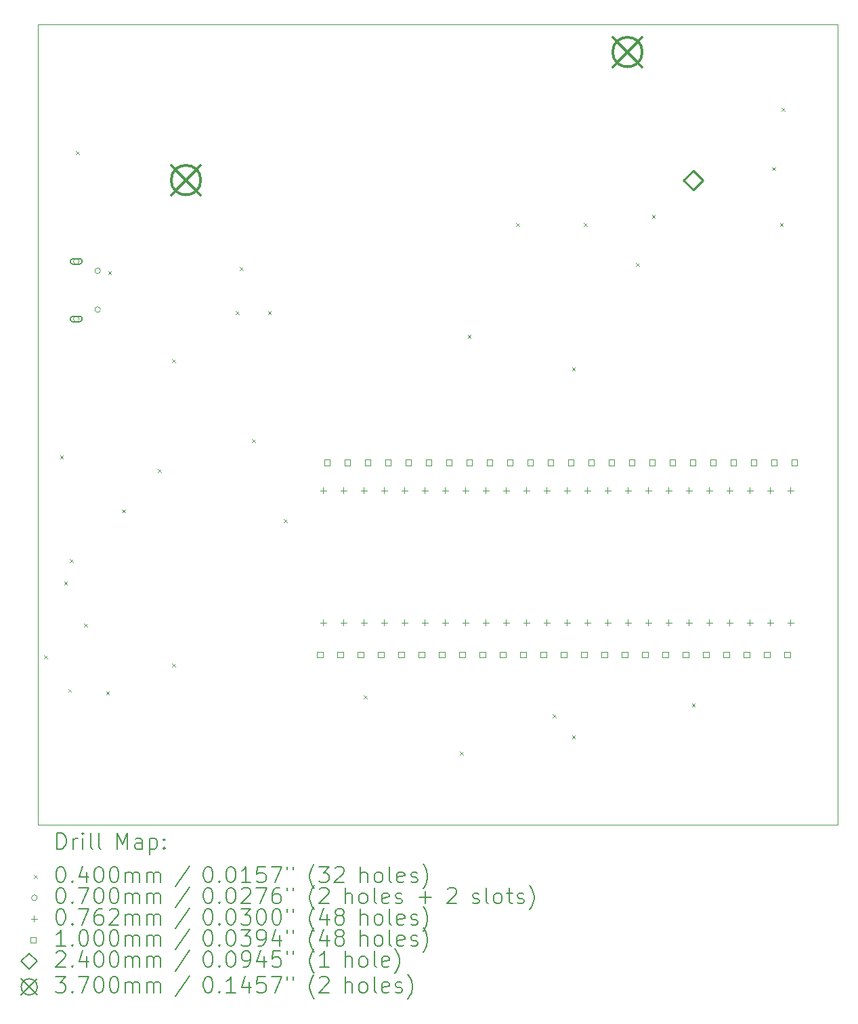
<source format=gbr>
%TF.GenerationSoftware,KiCad,Pcbnew,(7.0.0)*%
%TF.CreationDate,2023-03-21T11:08:30+02:00*%
%TF.ProjectId,SCHEMATICS,53434845-4d41-4544-9943-532e6b696361,rev?*%
%TF.SameCoordinates,Original*%
%TF.FileFunction,Drillmap*%
%TF.FilePolarity,Positive*%
%FSLAX45Y45*%
G04 Gerber Fmt 4.5, Leading zero omitted, Abs format (unit mm)*
G04 Created by KiCad (PCBNEW (7.0.0)) date 2023-03-21 11:08:30*
%MOMM*%
%LPD*%
G01*
G04 APERTURE LIST*
%ADD10C,0.100000*%
%ADD11C,0.200000*%
%ADD12C,0.040000*%
%ADD13C,0.070002*%
%ADD14C,0.076200*%
%ADD15C,0.240000*%
%ADD16C,0.370000*%
G04 APERTURE END LIST*
D10*
X9000000Y-4800000D02*
X19000000Y-4800000D01*
X19000000Y-4800000D02*
X19000000Y-14800000D01*
X19000000Y-14800000D02*
X9000000Y-14800000D01*
X9000000Y-14800000D02*
X9000000Y-4800000D01*
D11*
D12*
X9080000Y-12680000D02*
X9120000Y-12720000D01*
X9120000Y-12680000D02*
X9080000Y-12720000D01*
X9280000Y-10180000D02*
X9320000Y-10220000D01*
X9320000Y-10180000D02*
X9280000Y-10220000D01*
X9330000Y-11755000D02*
X9370000Y-11795000D01*
X9370000Y-11755000D02*
X9330000Y-11795000D01*
X9380749Y-13099450D02*
X9420749Y-13139450D01*
X9420749Y-13099450D02*
X9380749Y-13139450D01*
X9405000Y-11480000D02*
X9445000Y-11520000D01*
X9445000Y-11480000D02*
X9405000Y-11520000D01*
X9480000Y-6380000D02*
X9520000Y-6420000D01*
X9520000Y-6380000D02*
X9480000Y-6420000D01*
X9580000Y-12280000D02*
X9620000Y-12320000D01*
X9620000Y-12280000D02*
X9580000Y-12320000D01*
X9855000Y-13130000D02*
X9895000Y-13170000D01*
X9895000Y-13130000D02*
X9855000Y-13170000D01*
X9880000Y-7880000D02*
X9920000Y-7920000D01*
X9920000Y-7880000D02*
X9880000Y-7920000D01*
X10055000Y-10855000D02*
X10095000Y-10895000D01*
X10095000Y-10855000D02*
X10055000Y-10895000D01*
X10505000Y-10355000D02*
X10545000Y-10395000D01*
X10545000Y-10355000D02*
X10505000Y-10395000D01*
X10680000Y-8980000D02*
X10720000Y-9020000D01*
X10720000Y-8980000D02*
X10680000Y-9020000D01*
X10680000Y-12780000D02*
X10720000Y-12820000D01*
X10720000Y-12780000D02*
X10680000Y-12820000D01*
X11480000Y-8380000D02*
X11520000Y-8420000D01*
X11520000Y-8380000D02*
X11480000Y-8420000D01*
X11530000Y-7830000D02*
X11570000Y-7870000D01*
X11570000Y-7830000D02*
X11530000Y-7870000D01*
X11680000Y-9980000D02*
X11720000Y-10020000D01*
X11720000Y-9980000D02*
X11680000Y-10020000D01*
X11880000Y-8380000D02*
X11920000Y-8420000D01*
X11920000Y-8380000D02*
X11880000Y-8420000D01*
X12080000Y-10980000D02*
X12120000Y-11020000D01*
X12120000Y-10980000D02*
X12080000Y-11020000D01*
X13080000Y-13180000D02*
X13120000Y-13220000D01*
X13120000Y-13180000D02*
X13080000Y-13220000D01*
X14280000Y-13880000D02*
X14320000Y-13920000D01*
X14320000Y-13880000D02*
X14280000Y-13920000D01*
X14377459Y-8677459D02*
X14417459Y-8717459D01*
X14417459Y-8677459D02*
X14377459Y-8717459D01*
X14980000Y-7280000D02*
X15020000Y-7320000D01*
X15020000Y-7280000D02*
X14980000Y-7320000D01*
X15436817Y-13415999D02*
X15476817Y-13455999D01*
X15476817Y-13415999D02*
X15436817Y-13455999D01*
X15680000Y-9080000D02*
X15720000Y-9120000D01*
X15720000Y-9080000D02*
X15680000Y-9120000D01*
X15680000Y-13680000D02*
X15720000Y-13720000D01*
X15720000Y-13680000D02*
X15680000Y-13720000D01*
X15830000Y-7280000D02*
X15870000Y-7320000D01*
X15870000Y-7280000D02*
X15830000Y-7320000D01*
X16480000Y-7780000D02*
X16520000Y-7820000D01*
X16520000Y-7780000D02*
X16480000Y-7820000D01*
X16680000Y-7180000D02*
X16720000Y-7220000D01*
X16720000Y-7180000D02*
X16680000Y-7220000D01*
X17180000Y-13280000D02*
X17220000Y-13320000D01*
X17220000Y-13280000D02*
X17180000Y-13320000D01*
X18180000Y-6580000D02*
X18220000Y-6620000D01*
X18220000Y-6580000D02*
X18180000Y-6620000D01*
X18280000Y-7280000D02*
X18320000Y-7320000D01*
X18320000Y-7280000D02*
X18280000Y-7320000D01*
X18302775Y-5838766D02*
X18342775Y-5878766D01*
X18342775Y-5838766D02*
X18302775Y-5878766D01*
D13*
X9517907Y-7757499D02*
G75*
G03*
X9517907Y-7757499I-35001J0D01*
G01*
D11*
X9522911Y-7722498D02*
X9442901Y-7722498D01*
X9442901Y-7722498D02*
G75*
G03*
X9442901Y-7792501I0J-35001D01*
G01*
X9442901Y-7792501D02*
X9522911Y-7792501D01*
X9522911Y-7792501D02*
G75*
G03*
X9522911Y-7722498I0J35001D01*
G01*
D13*
X9517907Y-8477489D02*
G75*
G03*
X9517907Y-8477489I-35001J0D01*
G01*
D11*
X9522911Y-8442488D02*
X9442901Y-8442488D01*
X9442901Y-8442488D02*
G75*
G03*
X9442901Y-8512490I0J-35001D01*
G01*
X9442901Y-8512490D02*
X9522911Y-8512490D01*
X9522911Y-8512490D02*
G75*
G03*
X9522911Y-8442488I0J35001D01*
G01*
D13*
X9784912Y-7875000D02*
G75*
G03*
X9784912Y-7875000I-35001J0D01*
G01*
X9784912Y-8359989D02*
G75*
G03*
X9784912Y-8359989I-35001J0D01*
G01*
D14*
X12570650Y-10581250D02*
X12570650Y-10657450D01*
X12532550Y-10619350D02*
X12608750Y-10619350D01*
X12570650Y-12232250D02*
X12570650Y-12308450D01*
X12532550Y-12270350D02*
X12608750Y-12270350D01*
X12824650Y-10581250D02*
X12824650Y-10657450D01*
X12786550Y-10619350D02*
X12862750Y-10619350D01*
X12824650Y-12232250D02*
X12824650Y-12308450D01*
X12786550Y-12270350D02*
X12862750Y-12270350D01*
X13078650Y-10581250D02*
X13078650Y-10657450D01*
X13040550Y-10619350D02*
X13116750Y-10619350D01*
X13078650Y-12232250D02*
X13078650Y-12308450D01*
X13040550Y-12270350D02*
X13116750Y-12270350D01*
X13332650Y-10581250D02*
X13332650Y-10657450D01*
X13294550Y-10619350D02*
X13370750Y-10619350D01*
X13332650Y-12232250D02*
X13332650Y-12308450D01*
X13294550Y-12270350D02*
X13370750Y-12270350D01*
X13586650Y-10581250D02*
X13586650Y-10657450D01*
X13548550Y-10619350D02*
X13624750Y-10619350D01*
X13586650Y-12232250D02*
X13586650Y-12308450D01*
X13548550Y-12270350D02*
X13624750Y-12270350D01*
X13840650Y-10581250D02*
X13840650Y-10657450D01*
X13802550Y-10619350D02*
X13878750Y-10619350D01*
X13840650Y-12232250D02*
X13840650Y-12308450D01*
X13802550Y-12270350D02*
X13878750Y-12270350D01*
X14094650Y-10581250D02*
X14094650Y-10657450D01*
X14056550Y-10619350D02*
X14132750Y-10619350D01*
X14094650Y-12232250D02*
X14094650Y-12308450D01*
X14056550Y-12270350D02*
X14132750Y-12270350D01*
X14348650Y-10581250D02*
X14348650Y-10657450D01*
X14310550Y-10619350D02*
X14386750Y-10619350D01*
X14348650Y-12232250D02*
X14348650Y-12308450D01*
X14310550Y-12270350D02*
X14386750Y-12270350D01*
X14602650Y-10581250D02*
X14602650Y-10657450D01*
X14564550Y-10619350D02*
X14640750Y-10619350D01*
X14602650Y-12232250D02*
X14602650Y-12308450D01*
X14564550Y-12270350D02*
X14640750Y-12270350D01*
X14856650Y-10581250D02*
X14856650Y-10657450D01*
X14818550Y-10619350D02*
X14894750Y-10619350D01*
X14856650Y-12232250D02*
X14856650Y-12308450D01*
X14818550Y-12270350D02*
X14894750Y-12270350D01*
X15110650Y-10581250D02*
X15110650Y-10657450D01*
X15072550Y-10619350D02*
X15148750Y-10619350D01*
X15110650Y-12232250D02*
X15110650Y-12308450D01*
X15072550Y-12270350D02*
X15148750Y-12270350D01*
X15364650Y-10581250D02*
X15364650Y-10657450D01*
X15326550Y-10619350D02*
X15402750Y-10619350D01*
X15364650Y-12232250D02*
X15364650Y-12308450D01*
X15326550Y-12270350D02*
X15402750Y-12270350D01*
X15618650Y-10581250D02*
X15618650Y-10657450D01*
X15580550Y-10619350D02*
X15656750Y-10619350D01*
X15618650Y-12232250D02*
X15618650Y-12308450D01*
X15580550Y-12270350D02*
X15656750Y-12270350D01*
X15872650Y-10581250D02*
X15872650Y-10657450D01*
X15834550Y-10619350D02*
X15910750Y-10619350D01*
X15872650Y-12232250D02*
X15872650Y-12308450D01*
X15834550Y-12270350D02*
X15910750Y-12270350D01*
X16126650Y-10581250D02*
X16126650Y-10657450D01*
X16088550Y-10619350D02*
X16164750Y-10619350D01*
X16126650Y-12232250D02*
X16126650Y-12308450D01*
X16088550Y-12270350D02*
X16164750Y-12270350D01*
X16380650Y-10581250D02*
X16380650Y-10657450D01*
X16342550Y-10619350D02*
X16418750Y-10619350D01*
X16380650Y-12232250D02*
X16380650Y-12308450D01*
X16342550Y-12270350D02*
X16418750Y-12270350D01*
X16634650Y-10581250D02*
X16634650Y-10657450D01*
X16596550Y-10619350D02*
X16672750Y-10619350D01*
X16634650Y-12232250D02*
X16634650Y-12308450D01*
X16596550Y-12270350D02*
X16672750Y-12270350D01*
X16888650Y-10581250D02*
X16888650Y-10657450D01*
X16850550Y-10619350D02*
X16926750Y-10619350D01*
X16888650Y-12232250D02*
X16888650Y-12308450D01*
X16850550Y-12270350D02*
X16926750Y-12270350D01*
X17142650Y-10581250D02*
X17142650Y-10657450D01*
X17104550Y-10619350D02*
X17180750Y-10619350D01*
X17142650Y-12232250D02*
X17142650Y-12308450D01*
X17104550Y-12270350D02*
X17180750Y-12270350D01*
X17396650Y-10581250D02*
X17396650Y-10657450D01*
X17358550Y-10619350D02*
X17434750Y-10619350D01*
X17396650Y-12232250D02*
X17396650Y-12308450D01*
X17358550Y-12270350D02*
X17434750Y-12270350D01*
X17650650Y-10581250D02*
X17650650Y-10657450D01*
X17612550Y-10619350D02*
X17688750Y-10619350D01*
X17650650Y-12232250D02*
X17650650Y-12308450D01*
X17612550Y-12270350D02*
X17688750Y-12270350D01*
X17904650Y-10581250D02*
X17904650Y-10657450D01*
X17866550Y-10619350D02*
X17942750Y-10619350D01*
X17904650Y-12232250D02*
X17904650Y-12308450D01*
X17866550Y-12270350D02*
X17942750Y-12270350D01*
X18158650Y-10581250D02*
X18158650Y-10657450D01*
X18120550Y-10619350D02*
X18196750Y-10619350D01*
X18158650Y-12232250D02*
X18158650Y-12308450D01*
X18120550Y-12270350D02*
X18196750Y-12270350D01*
X18412650Y-10581250D02*
X18412650Y-10657450D01*
X18374550Y-10619350D02*
X18450750Y-10619350D01*
X18412650Y-12232250D02*
X18412650Y-12308450D01*
X18374550Y-12270350D02*
X18450750Y-12270350D01*
D10*
X12566006Y-12705706D02*
X12566006Y-12634994D01*
X12495294Y-12634994D01*
X12495294Y-12705706D01*
X12566006Y-12705706D01*
X12652006Y-10305706D02*
X12652006Y-10234994D01*
X12581294Y-10234994D01*
X12581294Y-10305706D01*
X12652006Y-10305706D01*
X12820006Y-12705706D02*
X12820006Y-12634994D01*
X12749294Y-12634994D01*
X12749294Y-12705706D01*
X12820006Y-12705706D01*
X12906006Y-10305706D02*
X12906006Y-10234994D01*
X12835294Y-10234994D01*
X12835294Y-10305706D01*
X12906006Y-10305706D01*
X13074006Y-12705706D02*
X13074006Y-12634994D01*
X13003294Y-12634994D01*
X13003294Y-12705706D01*
X13074006Y-12705706D01*
X13160006Y-10305706D02*
X13160006Y-10234994D01*
X13089294Y-10234994D01*
X13089294Y-10305706D01*
X13160006Y-10305706D01*
X13328006Y-12705706D02*
X13328006Y-12634994D01*
X13257294Y-12634994D01*
X13257294Y-12705706D01*
X13328006Y-12705706D01*
X13414006Y-10305706D02*
X13414006Y-10234994D01*
X13343294Y-10234994D01*
X13343294Y-10305706D01*
X13414006Y-10305706D01*
X13582006Y-12705706D02*
X13582006Y-12634994D01*
X13511294Y-12634994D01*
X13511294Y-12705706D01*
X13582006Y-12705706D01*
X13668006Y-10305706D02*
X13668006Y-10234994D01*
X13597294Y-10234994D01*
X13597294Y-10305706D01*
X13668006Y-10305706D01*
X13836006Y-12705706D02*
X13836006Y-12634994D01*
X13765294Y-12634994D01*
X13765294Y-12705706D01*
X13836006Y-12705706D01*
X13922006Y-10305706D02*
X13922006Y-10234994D01*
X13851294Y-10234994D01*
X13851294Y-10305706D01*
X13922006Y-10305706D01*
X14090006Y-12705706D02*
X14090006Y-12634994D01*
X14019294Y-12634994D01*
X14019294Y-12705706D01*
X14090006Y-12705706D01*
X14176006Y-10305706D02*
X14176006Y-10234994D01*
X14105294Y-10234994D01*
X14105294Y-10305706D01*
X14176006Y-10305706D01*
X14344006Y-12705706D02*
X14344006Y-12634994D01*
X14273294Y-12634994D01*
X14273294Y-12705706D01*
X14344006Y-12705706D01*
X14430006Y-10305706D02*
X14430006Y-10234994D01*
X14359294Y-10234994D01*
X14359294Y-10305706D01*
X14430006Y-10305706D01*
X14598006Y-12705706D02*
X14598006Y-12634994D01*
X14527294Y-12634994D01*
X14527294Y-12705706D01*
X14598006Y-12705706D01*
X14684006Y-10305706D02*
X14684006Y-10234994D01*
X14613294Y-10234994D01*
X14613294Y-10305706D01*
X14684006Y-10305706D01*
X14852006Y-12705706D02*
X14852006Y-12634994D01*
X14781294Y-12634994D01*
X14781294Y-12705706D01*
X14852006Y-12705706D01*
X14938006Y-10305706D02*
X14938006Y-10234994D01*
X14867294Y-10234994D01*
X14867294Y-10305706D01*
X14938006Y-10305706D01*
X15106006Y-12705706D02*
X15106006Y-12634994D01*
X15035294Y-12634994D01*
X15035294Y-12705706D01*
X15106006Y-12705706D01*
X15192006Y-10305706D02*
X15192006Y-10234994D01*
X15121294Y-10234994D01*
X15121294Y-10305706D01*
X15192006Y-10305706D01*
X15360006Y-12705706D02*
X15360006Y-12634994D01*
X15289294Y-12634994D01*
X15289294Y-12705706D01*
X15360006Y-12705706D01*
X15446006Y-10305706D02*
X15446006Y-10234994D01*
X15375294Y-10234994D01*
X15375294Y-10305706D01*
X15446006Y-10305706D01*
X15614006Y-12705706D02*
X15614006Y-12634994D01*
X15543294Y-12634994D01*
X15543294Y-12705706D01*
X15614006Y-12705706D01*
X15700006Y-10305706D02*
X15700006Y-10234994D01*
X15629294Y-10234994D01*
X15629294Y-10305706D01*
X15700006Y-10305706D01*
X15868006Y-12705706D02*
X15868006Y-12634994D01*
X15797294Y-12634994D01*
X15797294Y-12705706D01*
X15868006Y-12705706D01*
X15954006Y-10305706D02*
X15954006Y-10234994D01*
X15883294Y-10234994D01*
X15883294Y-10305706D01*
X15954006Y-10305706D01*
X16122006Y-12705706D02*
X16122006Y-12634994D01*
X16051294Y-12634994D01*
X16051294Y-12705706D01*
X16122006Y-12705706D01*
X16208006Y-10305706D02*
X16208006Y-10234994D01*
X16137294Y-10234994D01*
X16137294Y-10305706D01*
X16208006Y-10305706D01*
X16376006Y-12705706D02*
X16376006Y-12634994D01*
X16305294Y-12634994D01*
X16305294Y-12705706D01*
X16376006Y-12705706D01*
X16462006Y-10305706D02*
X16462006Y-10234994D01*
X16391294Y-10234994D01*
X16391294Y-10305706D01*
X16462006Y-10305706D01*
X16630006Y-12705706D02*
X16630006Y-12634994D01*
X16559294Y-12634994D01*
X16559294Y-12705706D01*
X16630006Y-12705706D01*
X16716006Y-10305706D02*
X16716006Y-10234994D01*
X16645294Y-10234994D01*
X16645294Y-10305706D01*
X16716006Y-10305706D01*
X16884006Y-12705706D02*
X16884006Y-12634994D01*
X16813294Y-12634994D01*
X16813294Y-12705706D01*
X16884006Y-12705706D01*
X16970006Y-10305706D02*
X16970006Y-10234994D01*
X16899294Y-10234994D01*
X16899294Y-10305706D01*
X16970006Y-10305706D01*
X17138006Y-12705706D02*
X17138006Y-12634994D01*
X17067294Y-12634994D01*
X17067294Y-12705706D01*
X17138006Y-12705706D01*
X17224006Y-10305706D02*
X17224006Y-10234994D01*
X17153294Y-10234994D01*
X17153294Y-10305706D01*
X17224006Y-10305706D01*
X17392006Y-12705706D02*
X17392006Y-12634994D01*
X17321294Y-12634994D01*
X17321294Y-12705706D01*
X17392006Y-12705706D01*
X17478006Y-10305706D02*
X17478006Y-10234994D01*
X17407294Y-10234994D01*
X17407294Y-10305706D01*
X17478006Y-10305706D01*
X17646006Y-12705706D02*
X17646006Y-12634994D01*
X17575294Y-12634994D01*
X17575294Y-12705706D01*
X17646006Y-12705706D01*
X17732006Y-10305706D02*
X17732006Y-10234994D01*
X17661294Y-10234994D01*
X17661294Y-10305706D01*
X17732006Y-10305706D01*
X17900006Y-12705706D02*
X17900006Y-12634994D01*
X17829294Y-12634994D01*
X17829294Y-12705706D01*
X17900006Y-12705706D01*
X17986006Y-10305706D02*
X17986006Y-10234994D01*
X17915294Y-10234994D01*
X17915294Y-10305706D01*
X17986006Y-10305706D01*
X18154006Y-12705706D02*
X18154006Y-12634994D01*
X18083294Y-12634994D01*
X18083294Y-12705706D01*
X18154006Y-12705706D01*
X18240006Y-10305706D02*
X18240006Y-10234994D01*
X18169294Y-10234994D01*
X18169294Y-10305706D01*
X18240006Y-10305706D01*
X18408006Y-12705706D02*
X18408006Y-12634994D01*
X18337294Y-12634994D01*
X18337294Y-12705706D01*
X18408006Y-12705706D01*
X18494006Y-10305706D02*
X18494006Y-10234994D01*
X18423294Y-10234994D01*
X18423294Y-10305706D01*
X18494006Y-10305706D01*
D15*
X17196400Y-6861900D02*
X17316400Y-6741900D01*
X17196400Y-6621900D01*
X17076400Y-6741900D01*
X17196400Y-6861900D01*
D16*
X10669400Y-6556900D02*
X11039400Y-6926900D01*
X11039400Y-6556900D02*
X10669400Y-6926900D01*
X11039400Y-6741900D02*
G75*
G03*
X11039400Y-6741900I-185000J0D01*
G01*
X16189400Y-4956900D02*
X16559400Y-5326900D01*
X16559400Y-4956900D02*
X16189400Y-5326900D01*
X16559400Y-5141900D02*
G75*
G03*
X16559400Y-5141900I-185000J0D01*
G01*
D11*
X9242619Y-15098476D02*
X9242619Y-14898476D01*
X9242619Y-14898476D02*
X9290238Y-14898476D01*
X9290238Y-14898476D02*
X9318810Y-14908000D01*
X9318810Y-14908000D02*
X9337857Y-14927048D01*
X9337857Y-14927048D02*
X9347381Y-14946095D01*
X9347381Y-14946095D02*
X9356905Y-14984190D01*
X9356905Y-14984190D02*
X9356905Y-15012762D01*
X9356905Y-15012762D02*
X9347381Y-15050857D01*
X9347381Y-15050857D02*
X9337857Y-15069905D01*
X9337857Y-15069905D02*
X9318810Y-15088952D01*
X9318810Y-15088952D02*
X9290238Y-15098476D01*
X9290238Y-15098476D02*
X9242619Y-15098476D01*
X9442619Y-15098476D02*
X9442619Y-14965143D01*
X9442619Y-15003238D02*
X9452143Y-14984190D01*
X9452143Y-14984190D02*
X9461667Y-14974667D01*
X9461667Y-14974667D02*
X9480714Y-14965143D01*
X9480714Y-14965143D02*
X9499762Y-14965143D01*
X9566429Y-15098476D02*
X9566429Y-14965143D01*
X9566429Y-14898476D02*
X9556905Y-14908000D01*
X9556905Y-14908000D02*
X9566429Y-14917524D01*
X9566429Y-14917524D02*
X9575952Y-14908000D01*
X9575952Y-14908000D02*
X9566429Y-14898476D01*
X9566429Y-14898476D02*
X9566429Y-14917524D01*
X9690238Y-15098476D02*
X9671190Y-15088952D01*
X9671190Y-15088952D02*
X9661667Y-15069905D01*
X9661667Y-15069905D02*
X9661667Y-14898476D01*
X9795000Y-15098476D02*
X9775952Y-15088952D01*
X9775952Y-15088952D02*
X9766429Y-15069905D01*
X9766429Y-15069905D02*
X9766429Y-14898476D01*
X9991190Y-15098476D02*
X9991190Y-14898476D01*
X9991190Y-14898476D02*
X10057857Y-15041333D01*
X10057857Y-15041333D02*
X10124524Y-14898476D01*
X10124524Y-14898476D02*
X10124524Y-15098476D01*
X10305476Y-15098476D02*
X10305476Y-14993714D01*
X10305476Y-14993714D02*
X10295952Y-14974667D01*
X10295952Y-14974667D02*
X10276905Y-14965143D01*
X10276905Y-14965143D02*
X10238809Y-14965143D01*
X10238809Y-14965143D02*
X10219762Y-14974667D01*
X10305476Y-15088952D02*
X10286429Y-15098476D01*
X10286429Y-15098476D02*
X10238809Y-15098476D01*
X10238809Y-15098476D02*
X10219762Y-15088952D01*
X10219762Y-15088952D02*
X10210238Y-15069905D01*
X10210238Y-15069905D02*
X10210238Y-15050857D01*
X10210238Y-15050857D02*
X10219762Y-15031809D01*
X10219762Y-15031809D02*
X10238809Y-15022286D01*
X10238809Y-15022286D02*
X10286429Y-15022286D01*
X10286429Y-15022286D02*
X10305476Y-15012762D01*
X10400714Y-14965143D02*
X10400714Y-15165143D01*
X10400714Y-14974667D02*
X10419762Y-14965143D01*
X10419762Y-14965143D02*
X10457857Y-14965143D01*
X10457857Y-14965143D02*
X10476905Y-14974667D01*
X10476905Y-14974667D02*
X10486429Y-14984190D01*
X10486429Y-14984190D02*
X10495952Y-15003238D01*
X10495952Y-15003238D02*
X10495952Y-15060381D01*
X10495952Y-15060381D02*
X10486429Y-15079428D01*
X10486429Y-15079428D02*
X10476905Y-15088952D01*
X10476905Y-15088952D02*
X10457857Y-15098476D01*
X10457857Y-15098476D02*
X10419762Y-15098476D01*
X10419762Y-15098476D02*
X10400714Y-15088952D01*
X10581667Y-15079428D02*
X10591190Y-15088952D01*
X10591190Y-15088952D02*
X10581667Y-15098476D01*
X10581667Y-15098476D02*
X10572143Y-15088952D01*
X10572143Y-15088952D02*
X10581667Y-15079428D01*
X10581667Y-15079428D02*
X10581667Y-15098476D01*
X10581667Y-14974667D02*
X10591190Y-14984190D01*
X10591190Y-14984190D02*
X10581667Y-14993714D01*
X10581667Y-14993714D02*
X10572143Y-14984190D01*
X10572143Y-14984190D02*
X10581667Y-14974667D01*
X10581667Y-14974667D02*
X10581667Y-14993714D01*
D12*
X8955000Y-15425000D02*
X8995000Y-15465000D01*
X8995000Y-15425000D02*
X8955000Y-15465000D01*
D11*
X9280714Y-15318476D02*
X9299762Y-15318476D01*
X9299762Y-15318476D02*
X9318810Y-15328000D01*
X9318810Y-15328000D02*
X9328333Y-15337524D01*
X9328333Y-15337524D02*
X9337857Y-15356571D01*
X9337857Y-15356571D02*
X9347381Y-15394667D01*
X9347381Y-15394667D02*
X9347381Y-15442286D01*
X9347381Y-15442286D02*
X9337857Y-15480381D01*
X9337857Y-15480381D02*
X9328333Y-15499428D01*
X9328333Y-15499428D02*
X9318810Y-15508952D01*
X9318810Y-15508952D02*
X9299762Y-15518476D01*
X9299762Y-15518476D02*
X9280714Y-15518476D01*
X9280714Y-15518476D02*
X9261667Y-15508952D01*
X9261667Y-15508952D02*
X9252143Y-15499428D01*
X9252143Y-15499428D02*
X9242619Y-15480381D01*
X9242619Y-15480381D02*
X9233095Y-15442286D01*
X9233095Y-15442286D02*
X9233095Y-15394667D01*
X9233095Y-15394667D02*
X9242619Y-15356571D01*
X9242619Y-15356571D02*
X9252143Y-15337524D01*
X9252143Y-15337524D02*
X9261667Y-15328000D01*
X9261667Y-15328000D02*
X9280714Y-15318476D01*
X9433095Y-15499428D02*
X9442619Y-15508952D01*
X9442619Y-15508952D02*
X9433095Y-15518476D01*
X9433095Y-15518476D02*
X9423571Y-15508952D01*
X9423571Y-15508952D02*
X9433095Y-15499428D01*
X9433095Y-15499428D02*
X9433095Y-15518476D01*
X9614048Y-15385143D02*
X9614048Y-15518476D01*
X9566429Y-15308952D02*
X9518810Y-15451809D01*
X9518810Y-15451809D02*
X9642619Y-15451809D01*
X9756905Y-15318476D02*
X9775952Y-15318476D01*
X9775952Y-15318476D02*
X9795000Y-15328000D01*
X9795000Y-15328000D02*
X9804524Y-15337524D01*
X9804524Y-15337524D02*
X9814048Y-15356571D01*
X9814048Y-15356571D02*
X9823571Y-15394667D01*
X9823571Y-15394667D02*
X9823571Y-15442286D01*
X9823571Y-15442286D02*
X9814048Y-15480381D01*
X9814048Y-15480381D02*
X9804524Y-15499428D01*
X9804524Y-15499428D02*
X9795000Y-15508952D01*
X9795000Y-15508952D02*
X9775952Y-15518476D01*
X9775952Y-15518476D02*
X9756905Y-15518476D01*
X9756905Y-15518476D02*
X9737857Y-15508952D01*
X9737857Y-15508952D02*
X9728333Y-15499428D01*
X9728333Y-15499428D02*
X9718810Y-15480381D01*
X9718810Y-15480381D02*
X9709286Y-15442286D01*
X9709286Y-15442286D02*
X9709286Y-15394667D01*
X9709286Y-15394667D02*
X9718810Y-15356571D01*
X9718810Y-15356571D02*
X9728333Y-15337524D01*
X9728333Y-15337524D02*
X9737857Y-15328000D01*
X9737857Y-15328000D02*
X9756905Y-15318476D01*
X9947381Y-15318476D02*
X9966429Y-15318476D01*
X9966429Y-15318476D02*
X9985476Y-15328000D01*
X9985476Y-15328000D02*
X9995000Y-15337524D01*
X9995000Y-15337524D02*
X10004524Y-15356571D01*
X10004524Y-15356571D02*
X10014048Y-15394667D01*
X10014048Y-15394667D02*
X10014048Y-15442286D01*
X10014048Y-15442286D02*
X10004524Y-15480381D01*
X10004524Y-15480381D02*
X9995000Y-15499428D01*
X9995000Y-15499428D02*
X9985476Y-15508952D01*
X9985476Y-15508952D02*
X9966429Y-15518476D01*
X9966429Y-15518476D02*
X9947381Y-15518476D01*
X9947381Y-15518476D02*
X9928333Y-15508952D01*
X9928333Y-15508952D02*
X9918810Y-15499428D01*
X9918810Y-15499428D02*
X9909286Y-15480381D01*
X9909286Y-15480381D02*
X9899762Y-15442286D01*
X9899762Y-15442286D02*
X9899762Y-15394667D01*
X9899762Y-15394667D02*
X9909286Y-15356571D01*
X9909286Y-15356571D02*
X9918810Y-15337524D01*
X9918810Y-15337524D02*
X9928333Y-15328000D01*
X9928333Y-15328000D02*
X9947381Y-15318476D01*
X10099762Y-15518476D02*
X10099762Y-15385143D01*
X10099762Y-15404190D02*
X10109286Y-15394667D01*
X10109286Y-15394667D02*
X10128333Y-15385143D01*
X10128333Y-15385143D02*
X10156905Y-15385143D01*
X10156905Y-15385143D02*
X10175952Y-15394667D01*
X10175952Y-15394667D02*
X10185476Y-15413714D01*
X10185476Y-15413714D02*
X10185476Y-15518476D01*
X10185476Y-15413714D02*
X10195000Y-15394667D01*
X10195000Y-15394667D02*
X10214048Y-15385143D01*
X10214048Y-15385143D02*
X10242619Y-15385143D01*
X10242619Y-15385143D02*
X10261667Y-15394667D01*
X10261667Y-15394667D02*
X10271191Y-15413714D01*
X10271191Y-15413714D02*
X10271191Y-15518476D01*
X10366429Y-15518476D02*
X10366429Y-15385143D01*
X10366429Y-15404190D02*
X10375952Y-15394667D01*
X10375952Y-15394667D02*
X10395000Y-15385143D01*
X10395000Y-15385143D02*
X10423572Y-15385143D01*
X10423572Y-15385143D02*
X10442619Y-15394667D01*
X10442619Y-15394667D02*
X10452143Y-15413714D01*
X10452143Y-15413714D02*
X10452143Y-15518476D01*
X10452143Y-15413714D02*
X10461667Y-15394667D01*
X10461667Y-15394667D02*
X10480714Y-15385143D01*
X10480714Y-15385143D02*
X10509286Y-15385143D01*
X10509286Y-15385143D02*
X10528333Y-15394667D01*
X10528333Y-15394667D02*
X10537857Y-15413714D01*
X10537857Y-15413714D02*
X10537857Y-15518476D01*
X10895952Y-15308952D02*
X10724524Y-15566095D01*
X11120714Y-15318476D02*
X11139762Y-15318476D01*
X11139762Y-15318476D02*
X11158810Y-15328000D01*
X11158810Y-15328000D02*
X11168333Y-15337524D01*
X11168333Y-15337524D02*
X11177857Y-15356571D01*
X11177857Y-15356571D02*
X11187381Y-15394667D01*
X11187381Y-15394667D02*
X11187381Y-15442286D01*
X11187381Y-15442286D02*
X11177857Y-15480381D01*
X11177857Y-15480381D02*
X11168333Y-15499428D01*
X11168333Y-15499428D02*
X11158810Y-15508952D01*
X11158810Y-15508952D02*
X11139762Y-15518476D01*
X11139762Y-15518476D02*
X11120714Y-15518476D01*
X11120714Y-15518476D02*
X11101667Y-15508952D01*
X11101667Y-15508952D02*
X11092143Y-15499428D01*
X11092143Y-15499428D02*
X11082619Y-15480381D01*
X11082619Y-15480381D02*
X11073095Y-15442286D01*
X11073095Y-15442286D02*
X11073095Y-15394667D01*
X11073095Y-15394667D02*
X11082619Y-15356571D01*
X11082619Y-15356571D02*
X11092143Y-15337524D01*
X11092143Y-15337524D02*
X11101667Y-15328000D01*
X11101667Y-15328000D02*
X11120714Y-15318476D01*
X11273095Y-15499428D02*
X11282619Y-15508952D01*
X11282619Y-15508952D02*
X11273095Y-15518476D01*
X11273095Y-15518476D02*
X11263571Y-15508952D01*
X11263571Y-15508952D02*
X11273095Y-15499428D01*
X11273095Y-15499428D02*
X11273095Y-15518476D01*
X11406429Y-15318476D02*
X11425476Y-15318476D01*
X11425476Y-15318476D02*
X11444524Y-15328000D01*
X11444524Y-15328000D02*
X11454048Y-15337524D01*
X11454048Y-15337524D02*
X11463571Y-15356571D01*
X11463571Y-15356571D02*
X11473095Y-15394667D01*
X11473095Y-15394667D02*
X11473095Y-15442286D01*
X11473095Y-15442286D02*
X11463571Y-15480381D01*
X11463571Y-15480381D02*
X11454048Y-15499428D01*
X11454048Y-15499428D02*
X11444524Y-15508952D01*
X11444524Y-15508952D02*
X11425476Y-15518476D01*
X11425476Y-15518476D02*
X11406429Y-15518476D01*
X11406429Y-15518476D02*
X11387381Y-15508952D01*
X11387381Y-15508952D02*
X11377857Y-15499428D01*
X11377857Y-15499428D02*
X11368333Y-15480381D01*
X11368333Y-15480381D02*
X11358810Y-15442286D01*
X11358810Y-15442286D02*
X11358810Y-15394667D01*
X11358810Y-15394667D02*
X11368333Y-15356571D01*
X11368333Y-15356571D02*
X11377857Y-15337524D01*
X11377857Y-15337524D02*
X11387381Y-15328000D01*
X11387381Y-15328000D02*
X11406429Y-15318476D01*
X11663571Y-15518476D02*
X11549286Y-15518476D01*
X11606429Y-15518476D02*
X11606429Y-15318476D01*
X11606429Y-15318476D02*
X11587381Y-15347048D01*
X11587381Y-15347048D02*
X11568333Y-15366095D01*
X11568333Y-15366095D02*
X11549286Y-15375619D01*
X11844524Y-15318476D02*
X11749286Y-15318476D01*
X11749286Y-15318476D02*
X11739762Y-15413714D01*
X11739762Y-15413714D02*
X11749286Y-15404190D01*
X11749286Y-15404190D02*
X11768333Y-15394667D01*
X11768333Y-15394667D02*
X11815952Y-15394667D01*
X11815952Y-15394667D02*
X11835000Y-15404190D01*
X11835000Y-15404190D02*
X11844524Y-15413714D01*
X11844524Y-15413714D02*
X11854048Y-15432762D01*
X11854048Y-15432762D02*
X11854048Y-15480381D01*
X11854048Y-15480381D02*
X11844524Y-15499428D01*
X11844524Y-15499428D02*
X11835000Y-15508952D01*
X11835000Y-15508952D02*
X11815952Y-15518476D01*
X11815952Y-15518476D02*
X11768333Y-15518476D01*
X11768333Y-15518476D02*
X11749286Y-15508952D01*
X11749286Y-15508952D02*
X11739762Y-15499428D01*
X11920714Y-15318476D02*
X12054048Y-15318476D01*
X12054048Y-15318476D02*
X11968333Y-15518476D01*
X12120714Y-15318476D02*
X12120714Y-15356571D01*
X12196905Y-15318476D02*
X12196905Y-15356571D01*
X12459762Y-15594667D02*
X12450238Y-15585143D01*
X12450238Y-15585143D02*
X12431191Y-15556571D01*
X12431191Y-15556571D02*
X12421667Y-15537524D01*
X12421667Y-15537524D02*
X12412143Y-15508952D01*
X12412143Y-15508952D02*
X12402619Y-15461333D01*
X12402619Y-15461333D02*
X12402619Y-15423238D01*
X12402619Y-15423238D02*
X12412143Y-15375619D01*
X12412143Y-15375619D02*
X12421667Y-15347048D01*
X12421667Y-15347048D02*
X12431191Y-15328000D01*
X12431191Y-15328000D02*
X12450238Y-15299428D01*
X12450238Y-15299428D02*
X12459762Y-15289905D01*
X12516905Y-15318476D02*
X12640714Y-15318476D01*
X12640714Y-15318476D02*
X12574048Y-15394667D01*
X12574048Y-15394667D02*
X12602619Y-15394667D01*
X12602619Y-15394667D02*
X12621667Y-15404190D01*
X12621667Y-15404190D02*
X12631191Y-15413714D01*
X12631191Y-15413714D02*
X12640714Y-15432762D01*
X12640714Y-15432762D02*
X12640714Y-15480381D01*
X12640714Y-15480381D02*
X12631191Y-15499428D01*
X12631191Y-15499428D02*
X12621667Y-15508952D01*
X12621667Y-15508952D02*
X12602619Y-15518476D01*
X12602619Y-15518476D02*
X12545476Y-15518476D01*
X12545476Y-15518476D02*
X12526429Y-15508952D01*
X12526429Y-15508952D02*
X12516905Y-15499428D01*
X12716905Y-15337524D02*
X12726429Y-15328000D01*
X12726429Y-15328000D02*
X12745476Y-15318476D01*
X12745476Y-15318476D02*
X12793095Y-15318476D01*
X12793095Y-15318476D02*
X12812143Y-15328000D01*
X12812143Y-15328000D02*
X12821667Y-15337524D01*
X12821667Y-15337524D02*
X12831191Y-15356571D01*
X12831191Y-15356571D02*
X12831191Y-15375619D01*
X12831191Y-15375619D02*
X12821667Y-15404190D01*
X12821667Y-15404190D02*
X12707381Y-15518476D01*
X12707381Y-15518476D02*
X12831191Y-15518476D01*
X13036905Y-15518476D02*
X13036905Y-15318476D01*
X13122619Y-15518476D02*
X13122619Y-15413714D01*
X13122619Y-15413714D02*
X13113095Y-15394667D01*
X13113095Y-15394667D02*
X13094048Y-15385143D01*
X13094048Y-15385143D02*
X13065476Y-15385143D01*
X13065476Y-15385143D02*
X13046429Y-15394667D01*
X13046429Y-15394667D02*
X13036905Y-15404190D01*
X13246429Y-15518476D02*
X13227381Y-15508952D01*
X13227381Y-15508952D02*
X13217857Y-15499428D01*
X13217857Y-15499428D02*
X13208333Y-15480381D01*
X13208333Y-15480381D02*
X13208333Y-15423238D01*
X13208333Y-15423238D02*
X13217857Y-15404190D01*
X13217857Y-15404190D02*
X13227381Y-15394667D01*
X13227381Y-15394667D02*
X13246429Y-15385143D01*
X13246429Y-15385143D02*
X13275000Y-15385143D01*
X13275000Y-15385143D02*
X13294048Y-15394667D01*
X13294048Y-15394667D02*
X13303572Y-15404190D01*
X13303572Y-15404190D02*
X13313095Y-15423238D01*
X13313095Y-15423238D02*
X13313095Y-15480381D01*
X13313095Y-15480381D02*
X13303572Y-15499428D01*
X13303572Y-15499428D02*
X13294048Y-15508952D01*
X13294048Y-15508952D02*
X13275000Y-15518476D01*
X13275000Y-15518476D02*
X13246429Y-15518476D01*
X13427381Y-15518476D02*
X13408333Y-15508952D01*
X13408333Y-15508952D02*
X13398810Y-15489905D01*
X13398810Y-15489905D02*
X13398810Y-15318476D01*
X13579762Y-15508952D02*
X13560714Y-15518476D01*
X13560714Y-15518476D02*
X13522619Y-15518476D01*
X13522619Y-15518476D02*
X13503572Y-15508952D01*
X13503572Y-15508952D02*
X13494048Y-15489905D01*
X13494048Y-15489905D02*
X13494048Y-15413714D01*
X13494048Y-15413714D02*
X13503572Y-15394667D01*
X13503572Y-15394667D02*
X13522619Y-15385143D01*
X13522619Y-15385143D02*
X13560714Y-15385143D01*
X13560714Y-15385143D02*
X13579762Y-15394667D01*
X13579762Y-15394667D02*
X13589286Y-15413714D01*
X13589286Y-15413714D02*
X13589286Y-15432762D01*
X13589286Y-15432762D02*
X13494048Y-15451809D01*
X13665476Y-15508952D02*
X13684524Y-15518476D01*
X13684524Y-15518476D02*
X13722619Y-15518476D01*
X13722619Y-15518476D02*
X13741667Y-15508952D01*
X13741667Y-15508952D02*
X13751191Y-15489905D01*
X13751191Y-15489905D02*
X13751191Y-15480381D01*
X13751191Y-15480381D02*
X13741667Y-15461333D01*
X13741667Y-15461333D02*
X13722619Y-15451809D01*
X13722619Y-15451809D02*
X13694048Y-15451809D01*
X13694048Y-15451809D02*
X13675000Y-15442286D01*
X13675000Y-15442286D02*
X13665476Y-15423238D01*
X13665476Y-15423238D02*
X13665476Y-15413714D01*
X13665476Y-15413714D02*
X13675000Y-15394667D01*
X13675000Y-15394667D02*
X13694048Y-15385143D01*
X13694048Y-15385143D02*
X13722619Y-15385143D01*
X13722619Y-15385143D02*
X13741667Y-15394667D01*
X13817857Y-15594667D02*
X13827381Y-15585143D01*
X13827381Y-15585143D02*
X13846429Y-15556571D01*
X13846429Y-15556571D02*
X13855953Y-15537524D01*
X13855953Y-15537524D02*
X13865476Y-15508952D01*
X13865476Y-15508952D02*
X13875000Y-15461333D01*
X13875000Y-15461333D02*
X13875000Y-15423238D01*
X13875000Y-15423238D02*
X13865476Y-15375619D01*
X13865476Y-15375619D02*
X13855953Y-15347048D01*
X13855953Y-15347048D02*
X13846429Y-15328000D01*
X13846429Y-15328000D02*
X13827381Y-15299428D01*
X13827381Y-15299428D02*
X13817857Y-15289905D01*
D13*
X8995000Y-15709000D02*
G75*
G03*
X8995000Y-15709000I-35001J0D01*
G01*
D11*
X9280714Y-15582476D02*
X9299762Y-15582476D01*
X9299762Y-15582476D02*
X9318810Y-15592000D01*
X9318810Y-15592000D02*
X9328333Y-15601524D01*
X9328333Y-15601524D02*
X9337857Y-15620571D01*
X9337857Y-15620571D02*
X9347381Y-15658667D01*
X9347381Y-15658667D02*
X9347381Y-15706286D01*
X9347381Y-15706286D02*
X9337857Y-15744381D01*
X9337857Y-15744381D02*
X9328333Y-15763428D01*
X9328333Y-15763428D02*
X9318810Y-15772952D01*
X9318810Y-15772952D02*
X9299762Y-15782476D01*
X9299762Y-15782476D02*
X9280714Y-15782476D01*
X9280714Y-15782476D02*
X9261667Y-15772952D01*
X9261667Y-15772952D02*
X9252143Y-15763428D01*
X9252143Y-15763428D02*
X9242619Y-15744381D01*
X9242619Y-15744381D02*
X9233095Y-15706286D01*
X9233095Y-15706286D02*
X9233095Y-15658667D01*
X9233095Y-15658667D02*
X9242619Y-15620571D01*
X9242619Y-15620571D02*
X9252143Y-15601524D01*
X9252143Y-15601524D02*
X9261667Y-15592000D01*
X9261667Y-15592000D02*
X9280714Y-15582476D01*
X9433095Y-15763428D02*
X9442619Y-15772952D01*
X9442619Y-15772952D02*
X9433095Y-15782476D01*
X9433095Y-15782476D02*
X9423571Y-15772952D01*
X9423571Y-15772952D02*
X9433095Y-15763428D01*
X9433095Y-15763428D02*
X9433095Y-15782476D01*
X9509286Y-15582476D02*
X9642619Y-15582476D01*
X9642619Y-15582476D02*
X9556905Y-15782476D01*
X9756905Y-15582476D02*
X9775952Y-15582476D01*
X9775952Y-15582476D02*
X9795000Y-15592000D01*
X9795000Y-15592000D02*
X9804524Y-15601524D01*
X9804524Y-15601524D02*
X9814048Y-15620571D01*
X9814048Y-15620571D02*
X9823571Y-15658667D01*
X9823571Y-15658667D02*
X9823571Y-15706286D01*
X9823571Y-15706286D02*
X9814048Y-15744381D01*
X9814048Y-15744381D02*
X9804524Y-15763428D01*
X9804524Y-15763428D02*
X9795000Y-15772952D01*
X9795000Y-15772952D02*
X9775952Y-15782476D01*
X9775952Y-15782476D02*
X9756905Y-15782476D01*
X9756905Y-15782476D02*
X9737857Y-15772952D01*
X9737857Y-15772952D02*
X9728333Y-15763428D01*
X9728333Y-15763428D02*
X9718810Y-15744381D01*
X9718810Y-15744381D02*
X9709286Y-15706286D01*
X9709286Y-15706286D02*
X9709286Y-15658667D01*
X9709286Y-15658667D02*
X9718810Y-15620571D01*
X9718810Y-15620571D02*
X9728333Y-15601524D01*
X9728333Y-15601524D02*
X9737857Y-15592000D01*
X9737857Y-15592000D02*
X9756905Y-15582476D01*
X9947381Y-15582476D02*
X9966429Y-15582476D01*
X9966429Y-15582476D02*
X9985476Y-15592000D01*
X9985476Y-15592000D02*
X9995000Y-15601524D01*
X9995000Y-15601524D02*
X10004524Y-15620571D01*
X10004524Y-15620571D02*
X10014048Y-15658667D01*
X10014048Y-15658667D02*
X10014048Y-15706286D01*
X10014048Y-15706286D02*
X10004524Y-15744381D01*
X10004524Y-15744381D02*
X9995000Y-15763428D01*
X9995000Y-15763428D02*
X9985476Y-15772952D01*
X9985476Y-15772952D02*
X9966429Y-15782476D01*
X9966429Y-15782476D02*
X9947381Y-15782476D01*
X9947381Y-15782476D02*
X9928333Y-15772952D01*
X9928333Y-15772952D02*
X9918810Y-15763428D01*
X9918810Y-15763428D02*
X9909286Y-15744381D01*
X9909286Y-15744381D02*
X9899762Y-15706286D01*
X9899762Y-15706286D02*
X9899762Y-15658667D01*
X9899762Y-15658667D02*
X9909286Y-15620571D01*
X9909286Y-15620571D02*
X9918810Y-15601524D01*
X9918810Y-15601524D02*
X9928333Y-15592000D01*
X9928333Y-15592000D02*
X9947381Y-15582476D01*
X10099762Y-15782476D02*
X10099762Y-15649143D01*
X10099762Y-15668190D02*
X10109286Y-15658667D01*
X10109286Y-15658667D02*
X10128333Y-15649143D01*
X10128333Y-15649143D02*
X10156905Y-15649143D01*
X10156905Y-15649143D02*
X10175952Y-15658667D01*
X10175952Y-15658667D02*
X10185476Y-15677714D01*
X10185476Y-15677714D02*
X10185476Y-15782476D01*
X10185476Y-15677714D02*
X10195000Y-15658667D01*
X10195000Y-15658667D02*
X10214048Y-15649143D01*
X10214048Y-15649143D02*
X10242619Y-15649143D01*
X10242619Y-15649143D02*
X10261667Y-15658667D01*
X10261667Y-15658667D02*
X10271191Y-15677714D01*
X10271191Y-15677714D02*
X10271191Y-15782476D01*
X10366429Y-15782476D02*
X10366429Y-15649143D01*
X10366429Y-15668190D02*
X10375952Y-15658667D01*
X10375952Y-15658667D02*
X10395000Y-15649143D01*
X10395000Y-15649143D02*
X10423572Y-15649143D01*
X10423572Y-15649143D02*
X10442619Y-15658667D01*
X10442619Y-15658667D02*
X10452143Y-15677714D01*
X10452143Y-15677714D02*
X10452143Y-15782476D01*
X10452143Y-15677714D02*
X10461667Y-15658667D01*
X10461667Y-15658667D02*
X10480714Y-15649143D01*
X10480714Y-15649143D02*
X10509286Y-15649143D01*
X10509286Y-15649143D02*
X10528333Y-15658667D01*
X10528333Y-15658667D02*
X10537857Y-15677714D01*
X10537857Y-15677714D02*
X10537857Y-15782476D01*
X10895952Y-15572952D02*
X10724524Y-15830095D01*
X11120714Y-15582476D02*
X11139762Y-15582476D01*
X11139762Y-15582476D02*
X11158810Y-15592000D01*
X11158810Y-15592000D02*
X11168333Y-15601524D01*
X11168333Y-15601524D02*
X11177857Y-15620571D01*
X11177857Y-15620571D02*
X11187381Y-15658667D01*
X11187381Y-15658667D02*
X11187381Y-15706286D01*
X11187381Y-15706286D02*
X11177857Y-15744381D01*
X11177857Y-15744381D02*
X11168333Y-15763428D01*
X11168333Y-15763428D02*
X11158810Y-15772952D01*
X11158810Y-15772952D02*
X11139762Y-15782476D01*
X11139762Y-15782476D02*
X11120714Y-15782476D01*
X11120714Y-15782476D02*
X11101667Y-15772952D01*
X11101667Y-15772952D02*
X11092143Y-15763428D01*
X11092143Y-15763428D02*
X11082619Y-15744381D01*
X11082619Y-15744381D02*
X11073095Y-15706286D01*
X11073095Y-15706286D02*
X11073095Y-15658667D01*
X11073095Y-15658667D02*
X11082619Y-15620571D01*
X11082619Y-15620571D02*
X11092143Y-15601524D01*
X11092143Y-15601524D02*
X11101667Y-15592000D01*
X11101667Y-15592000D02*
X11120714Y-15582476D01*
X11273095Y-15763428D02*
X11282619Y-15772952D01*
X11282619Y-15772952D02*
X11273095Y-15782476D01*
X11273095Y-15782476D02*
X11263571Y-15772952D01*
X11263571Y-15772952D02*
X11273095Y-15763428D01*
X11273095Y-15763428D02*
X11273095Y-15782476D01*
X11406429Y-15582476D02*
X11425476Y-15582476D01*
X11425476Y-15582476D02*
X11444524Y-15592000D01*
X11444524Y-15592000D02*
X11454048Y-15601524D01*
X11454048Y-15601524D02*
X11463571Y-15620571D01*
X11463571Y-15620571D02*
X11473095Y-15658667D01*
X11473095Y-15658667D02*
X11473095Y-15706286D01*
X11473095Y-15706286D02*
X11463571Y-15744381D01*
X11463571Y-15744381D02*
X11454048Y-15763428D01*
X11454048Y-15763428D02*
X11444524Y-15772952D01*
X11444524Y-15772952D02*
X11425476Y-15782476D01*
X11425476Y-15782476D02*
X11406429Y-15782476D01*
X11406429Y-15782476D02*
X11387381Y-15772952D01*
X11387381Y-15772952D02*
X11377857Y-15763428D01*
X11377857Y-15763428D02*
X11368333Y-15744381D01*
X11368333Y-15744381D02*
X11358810Y-15706286D01*
X11358810Y-15706286D02*
X11358810Y-15658667D01*
X11358810Y-15658667D02*
X11368333Y-15620571D01*
X11368333Y-15620571D02*
X11377857Y-15601524D01*
X11377857Y-15601524D02*
X11387381Y-15592000D01*
X11387381Y-15592000D02*
X11406429Y-15582476D01*
X11549286Y-15601524D02*
X11558810Y-15592000D01*
X11558810Y-15592000D02*
X11577857Y-15582476D01*
X11577857Y-15582476D02*
X11625476Y-15582476D01*
X11625476Y-15582476D02*
X11644524Y-15592000D01*
X11644524Y-15592000D02*
X11654048Y-15601524D01*
X11654048Y-15601524D02*
X11663571Y-15620571D01*
X11663571Y-15620571D02*
X11663571Y-15639619D01*
X11663571Y-15639619D02*
X11654048Y-15668190D01*
X11654048Y-15668190D02*
X11539762Y-15782476D01*
X11539762Y-15782476D02*
X11663571Y-15782476D01*
X11730238Y-15582476D02*
X11863571Y-15582476D01*
X11863571Y-15582476D02*
X11777857Y-15782476D01*
X12025476Y-15582476D02*
X11987381Y-15582476D01*
X11987381Y-15582476D02*
X11968333Y-15592000D01*
X11968333Y-15592000D02*
X11958810Y-15601524D01*
X11958810Y-15601524D02*
X11939762Y-15630095D01*
X11939762Y-15630095D02*
X11930238Y-15668190D01*
X11930238Y-15668190D02*
X11930238Y-15744381D01*
X11930238Y-15744381D02*
X11939762Y-15763428D01*
X11939762Y-15763428D02*
X11949286Y-15772952D01*
X11949286Y-15772952D02*
X11968333Y-15782476D01*
X11968333Y-15782476D02*
X12006429Y-15782476D01*
X12006429Y-15782476D02*
X12025476Y-15772952D01*
X12025476Y-15772952D02*
X12035000Y-15763428D01*
X12035000Y-15763428D02*
X12044524Y-15744381D01*
X12044524Y-15744381D02*
X12044524Y-15696762D01*
X12044524Y-15696762D02*
X12035000Y-15677714D01*
X12035000Y-15677714D02*
X12025476Y-15668190D01*
X12025476Y-15668190D02*
X12006429Y-15658667D01*
X12006429Y-15658667D02*
X11968333Y-15658667D01*
X11968333Y-15658667D02*
X11949286Y-15668190D01*
X11949286Y-15668190D02*
X11939762Y-15677714D01*
X11939762Y-15677714D02*
X11930238Y-15696762D01*
X12120714Y-15582476D02*
X12120714Y-15620571D01*
X12196905Y-15582476D02*
X12196905Y-15620571D01*
X12459762Y-15858667D02*
X12450238Y-15849143D01*
X12450238Y-15849143D02*
X12431191Y-15820571D01*
X12431191Y-15820571D02*
X12421667Y-15801524D01*
X12421667Y-15801524D02*
X12412143Y-15772952D01*
X12412143Y-15772952D02*
X12402619Y-15725333D01*
X12402619Y-15725333D02*
X12402619Y-15687238D01*
X12402619Y-15687238D02*
X12412143Y-15639619D01*
X12412143Y-15639619D02*
X12421667Y-15611048D01*
X12421667Y-15611048D02*
X12431191Y-15592000D01*
X12431191Y-15592000D02*
X12450238Y-15563428D01*
X12450238Y-15563428D02*
X12459762Y-15553905D01*
X12526429Y-15601524D02*
X12535952Y-15592000D01*
X12535952Y-15592000D02*
X12555000Y-15582476D01*
X12555000Y-15582476D02*
X12602619Y-15582476D01*
X12602619Y-15582476D02*
X12621667Y-15592000D01*
X12621667Y-15592000D02*
X12631191Y-15601524D01*
X12631191Y-15601524D02*
X12640714Y-15620571D01*
X12640714Y-15620571D02*
X12640714Y-15639619D01*
X12640714Y-15639619D02*
X12631191Y-15668190D01*
X12631191Y-15668190D02*
X12516905Y-15782476D01*
X12516905Y-15782476D02*
X12640714Y-15782476D01*
X12846429Y-15782476D02*
X12846429Y-15582476D01*
X12932143Y-15782476D02*
X12932143Y-15677714D01*
X12932143Y-15677714D02*
X12922619Y-15658667D01*
X12922619Y-15658667D02*
X12903572Y-15649143D01*
X12903572Y-15649143D02*
X12875000Y-15649143D01*
X12875000Y-15649143D02*
X12855952Y-15658667D01*
X12855952Y-15658667D02*
X12846429Y-15668190D01*
X13055952Y-15782476D02*
X13036905Y-15772952D01*
X13036905Y-15772952D02*
X13027381Y-15763428D01*
X13027381Y-15763428D02*
X13017857Y-15744381D01*
X13017857Y-15744381D02*
X13017857Y-15687238D01*
X13017857Y-15687238D02*
X13027381Y-15668190D01*
X13027381Y-15668190D02*
X13036905Y-15658667D01*
X13036905Y-15658667D02*
X13055952Y-15649143D01*
X13055952Y-15649143D02*
X13084524Y-15649143D01*
X13084524Y-15649143D02*
X13103572Y-15658667D01*
X13103572Y-15658667D02*
X13113095Y-15668190D01*
X13113095Y-15668190D02*
X13122619Y-15687238D01*
X13122619Y-15687238D02*
X13122619Y-15744381D01*
X13122619Y-15744381D02*
X13113095Y-15763428D01*
X13113095Y-15763428D02*
X13103572Y-15772952D01*
X13103572Y-15772952D02*
X13084524Y-15782476D01*
X13084524Y-15782476D02*
X13055952Y-15782476D01*
X13236905Y-15782476D02*
X13217857Y-15772952D01*
X13217857Y-15772952D02*
X13208333Y-15753905D01*
X13208333Y-15753905D02*
X13208333Y-15582476D01*
X13389286Y-15772952D02*
X13370238Y-15782476D01*
X13370238Y-15782476D02*
X13332143Y-15782476D01*
X13332143Y-15782476D02*
X13313095Y-15772952D01*
X13313095Y-15772952D02*
X13303572Y-15753905D01*
X13303572Y-15753905D02*
X13303572Y-15677714D01*
X13303572Y-15677714D02*
X13313095Y-15658667D01*
X13313095Y-15658667D02*
X13332143Y-15649143D01*
X13332143Y-15649143D02*
X13370238Y-15649143D01*
X13370238Y-15649143D02*
X13389286Y-15658667D01*
X13389286Y-15658667D02*
X13398810Y-15677714D01*
X13398810Y-15677714D02*
X13398810Y-15696762D01*
X13398810Y-15696762D02*
X13303572Y-15715809D01*
X13475000Y-15772952D02*
X13494048Y-15782476D01*
X13494048Y-15782476D02*
X13532143Y-15782476D01*
X13532143Y-15782476D02*
X13551191Y-15772952D01*
X13551191Y-15772952D02*
X13560714Y-15753905D01*
X13560714Y-15753905D02*
X13560714Y-15744381D01*
X13560714Y-15744381D02*
X13551191Y-15725333D01*
X13551191Y-15725333D02*
X13532143Y-15715809D01*
X13532143Y-15715809D02*
X13503572Y-15715809D01*
X13503572Y-15715809D02*
X13484524Y-15706286D01*
X13484524Y-15706286D02*
X13475000Y-15687238D01*
X13475000Y-15687238D02*
X13475000Y-15677714D01*
X13475000Y-15677714D02*
X13484524Y-15658667D01*
X13484524Y-15658667D02*
X13503572Y-15649143D01*
X13503572Y-15649143D02*
X13532143Y-15649143D01*
X13532143Y-15649143D02*
X13551191Y-15658667D01*
X13766429Y-15706286D02*
X13918810Y-15706286D01*
X13842619Y-15782476D02*
X13842619Y-15630095D01*
X14124524Y-15601524D02*
X14134048Y-15592000D01*
X14134048Y-15592000D02*
X14153095Y-15582476D01*
X14153095Y-15582476D02*
X14200714Y-15582476D01*
X14200714Y-15582476D02*
X14219762Y-15592000D01*
X14219762Y-15592000D02*
X14229286Y-15601524D01*
X14229286Y-15601524D02*
X14238810Y-15620571D01*
X14238810Y-15620571D02*
X14238810Y-15639619D01*
X14238810Y-15639619D02*
X14229286Y-15668190D01*
X14229286Y-15668190D02*
X14115000Y-15782476D01*
X14115000Y-15782476D02*
X14238810Y-15782476D01*
X14435000Y-15772952D02*
X14454048Y-15782476D01*
X14454048Y-15782476D02*
X14492143Y-15782476D01*
X14492143Y-15782476D02*
X14511191Y-15772952D01*
X14511191Y-15772952D02*
X14520714Y-15753905D01*
X14520714Y-15753905D02*
X14520714Y-15744381D01*
X14520714Y-15744381D02*
X14511191Y-15725333D01*
X14511191Y-15725333D02*
X14492143Y-15715809D01*
X14492143Y-15715809D02*
X14463572Y-15715809D01*
X14463572Y-15715809D02*
X14444524Y-15706286D01*
X14444524Y-15706286D02*
X14435000Y-15687238D01*
X14435000Y-15687238D02*
X14435000Y-15677714D01*
X14435000Y-15677714D02*
X14444524Y-15658667D01*
X14444524Y-15658667D02*
X14463572Y-15649143D01*
X14463572Y-15649143D02*
X14492143Y-15649143D01*
X14492143Y-15649143D02*
X14511191Y-15658667D01*
X14635000Y-15782476D02*
X14615953Y-15772952D01*
X14615953Y-15772952D02*
X14606429Y-15753905D01*
X14606429Y-15753905D02*
X14606429Y-15582476D01*
X14739762Y-15782476D02*
X14720714Y-15772952D01*
X14720714Y-15772952D02*
X14711191Y-15763428D01*
X14711191Y-15763428D02*
X14701667Y-15744381D01*
X14701667Y-15744381D02*
X14701667Y-15687238D01*
X14701667Y-15687238D02*
X14711191Y-15668190D01*
X14711191Y-15668190D02*
X14720714Y-15658667D01*
X14720714Y-15658667D02*
X14739762Y-15649143D01*
X14739762Y-15649143D02*
X14768334Y-15649143D01*
X14768334Y-15649143D02*
X14787381Y-15658667D01*
X14787381Y-15658667D02*
X14796905Y-15668190D01*
X14796905Y-15668190D02*
X14806429Y-15687238D01*
X14806429Y-15687238D02*
X14806429Y-15744381D01*
X14806429Y-15744381D02*
X14796905Y-15763428D01*
X14796905Y-15763428D02*
X14787381Y-15772952D01*
X14787381Y-15772952D02*
X14768334Y-15782476D01*
X14768334Y-15782476D02*
X14739762Y-15782476D01*
X14863572Y-15649143D02*
X14939762Y-15649143D01*
X14892143Y-15582476D02*
X14892143Y-15753905D01*
X14892143Y-15753905D02*
X14901667Y-15772952D01*
X14901667Y-15772952D02*
X14920714Y-15782476D01*
X14920714Y-15782476D02*
X14939762Y-15782476D01*
X14996905Y-15772952D02*
X15015953Y-15782476D01*
X15015953Y-15782476D02*
X15054048Y-15782476D01*
X15054048Y-15782476D02*
X15073095Y-15772952D01*
X15073095Y-15772952D02*
X15082619Y-15753905D01*
X15082619Y-15753905D02*
X15082619Y-15744381D01*
X15082619Y-15744381D02*
X15073095Y-15725333D01*
X15073095Y-15725333D02*
X15054048Y-15715809D01*
X15054048Y-15715809D02*
X15025476Y-15715809D01*
X15025476Y-15715809D02*
X15006429Y-15706286D01*
X15006429Y-15706286D02*
X14996905Y-15687238D01*
X14996905Y-15687238D02*
X14996905Y-15677714D01*
X14996905Y-15677714D02*
X15006429Y-15658667D01*
X15006429Y-15658667D02*
X15025476Y-15649143D01*
X15025476Y-15649143D02*
X15054048Y-15649143D01*
X15054048Y-15649143D02*
X15073095Y-15658667D01*
X15149286Y-15858667D02*
X15158810Y-15849143D01*
X15158810Y-15849143D02*
X15177857Y-15820571D01*
X15177857Y-15820571D02*
X15187381Y-15801524D01*
X15187381Y-15801524D02*
X15196905Y-15772952D01*
X15196905Y-15772952D02*
X15206429Y-15725333D01*
X15206429Y-15725333D02*
X15206429Y-15687238D01*
X15206429Y-15687238D02*
X15196905Y-15639619D01*
X15196905Y-15639619D02*
X15187381Y-15611048D01*
X15187381Y-15611048D02*
X15177857Y-15592000D01*
X15177857Y-15592000D02*
X15158810Y-15563428D01*
X15158810Y-15563428D02*
X15149286Y-15553905D01*
D14*
X8956900Y-15934900D02*
X8956900Y-16011100D01*
X8918800Y-15973000D02*
X8995000Y-15973000D01*
D11*
X9280714Y-15846476D02*
X9299762Y-15846476D01*
X9299762Y-15846476D02*
X9318810Y-15856000D01*
X9318810Y-15856000D02*
X9328333Y-15865524D01*
X9328333Y-15865524D02*
X9337857Y-15884571D01*
X9337857Y-15884571D02*
X9347381Y-15922667D01*
X9347381Y-15922667D02*
X9347381Y-15970286D01*
X9347381Y-15970286D02*
X9337857Y-16008381D01*
X9337857Y-16008381D02*
X9328333Y-16027428D01*
X9328333Y-16027428D02*
X9318810Y-16036952D01*
X9318810Y-16036952D02*
X9299762Y-16046476D01*
X9299762Y-16046476D02*
X9280714Y-16046476D01*
X9280714Y-16046476D02*
X9261667Y-16036952D01*
X9261667Y-16036952D02*
X9252143Y-16027428D01*
X9252143Y-16027428D02*
X9242619Y-16008381D01*
X9242619Y-16008381D02*
X9233095Y-15970286D01*
X9233095Y-15970286D02*
X9233095Y-15922667D01*
X9233095Y-15922667D02*
X9242619Y-15884571D01*
X9242619Y-15884571D02*
X9252143Y-15865524D01*
X9252143Y-15865524D02*
X9261667Y-15856000D01*
X9261667Y-15856000D02*
X9280714Y-15846476D01*
X9433095Y-16027428D02*
X9442619Y-16036952D01*
X9442619Y-16036952D02*
X9433095Y-16046476D01*
X9433095Y-16046476D02*
X9423571Y-16036952D01*
X9423571Y-16036952D02*
X9433095Y-16027428D01*
X9433095Y-16027428D02*
X9433095Y-16046476D01*
X9509286Y-15846476D02*
X9642619Y-15846476D01*
X9642619Y-15846476D02*
X9556905Y-16046476D01*
X9804524Y-15846476D02*
X9766429Y-15846476D01*
X9766429Y-15846476D02*
X9747381Y-15856000D01*
X9747381Y-15856000D02*
X9737857Y-15865524D01*
X9737857Y-15865524D02*
X9718810Y-15894095D01*
X9718810Y-15894095D02*
X9709286Y-15932190D01*
X9709286Y-15932190D02*
X9709286Y-16008381D01*
X9709286Y-16008381D02*
X9718810Y-16027428D01*
X9718810Y-16027428D02*
X9728333Y-16036952D01*
X9728333Y-16036952D02*
X9747381Y-16046476D01*
X9747381Y-16046476D02*
X9785476Y-16046476D01*
X9785476Y-16046476D02*
X9804524Y-16036952D01*
X9804524Y-16036952D02*
X9814048Y-16027428D01*
X9814048Y-16027428D02*
X9823571Y-16008381D01*
X9823571Y-16008381D02*
X9823571Y-15960762D01*
X9823571Y-15960762D02*
X9814048Y-15941714D01*
X9814048Y-15941714D02*
X9804524Y-15932190D01*
X9804524Y-15932190D02*
X9785476Y-15922667D01*
X9785476Y-15922667D02*
X9747381Y-15922667D01*
X9747381Y-15922667D02*
X9728333Y-15932190D01*
X9728333Y-15932190D02*
X9718810Y-15941714D01*
X9718810Y-15941714D02*
X9709286Y-15960762D01*
X9899762Y-15865524D02*
X9909286Y-15856000D01*
X9909286Y-15856000D02*
X9928333Y-15846476D01*
X9928333Y-15846476D02*
X9975952Y-15846476D01*
X9975952Y-15846476D02*
X9995000Y-15856000D01*
X9995000Y-15856000D02*
X10004524Y-15865524D01*
X10004524Y-15865524D02*
X10014048Y-15884571D01*
X10014048Y-15884571D02*
X10014048Y-15903619D01*
X10014048Y-15903619D02*
X10004524Y-15932190D01*
X10004524Y-15932190D02*
X9890238Y-16046476D01*
X9890238Y-16046476D02*
X10014048Y-16046476D01*
X10099762Y-16046476D02*
X10099762Y-15913143D01*
X10099762Y-15932190D02*
X10109286Y-15922667D01*
X10109286Y-15922667D02*
X10128333Y-15913143D01*
X10128333Y-15913143D02*
X10156905Y-15913143D01*
X10156905Y-15913143D02*
X10175952Y-15922667D01*
X10175952Y-15922667D02*
X10185476Y-15941714D01*
X10185476Y-15941714D02*
X10185476Y-16046476D01*
X10185476Y-15941714D02*
X10195000Y-15922667D01*
X10195000Y-15922667D02*
X10214048Y-15913143D01*
X10214048Y-15913143D02*
X10242619Y-15913143D01*
X10242619Y-15913143D02*
X10261667Y-15922667D01*
X10261667Y-15922667D02*
X10271191Y-15941714D01*
X10271191Y-15941714D02*
X10271191Y-16046476D01*
X10366429Y-16046476D02*
X10366429Y-15913143D01*
X10366429Y-15932190D02*
X10375952Y-15922667D01*
X10375952Y-15922667D02*
X10395000Y-15913143D01*
X10395000Y-15913143D02*
X10423572Y-15913143D01*
X10423572Y-15913143D02*
X10442619Y-15922667D01*
X10442619Y-15922667D02*
X10452143Y-15941714D01*
X10452143Y-15941714D02*
X10452143Y-16046476D01*
X10452143Y-15941714D02*
X10461667Y-15922667D01*
X10461667Y-15922667D02*
X10480714Y-15913143D01*
X10480714Y-15913143D02*
X10509286Y-15913143D01*
X10509286Y-15913143D02*
X10528333Y-15922667D01*
X10528333Y-15922667D02*
X10537857Y-15941714D01*
X10537857Y-15941714D02*
X10537857Y-16046476D01*
X10895952Y-15836952D02*
X10724524Y-16094095D01*
X11120714Y-15846476D02*
X11139762Y-15846476D01*
X11139762Y-15846476D02*
X11158810Y-15856000D01*
X11158810Y-15856000D02*
X11168333Y-15865524D01*
X11168333Y-15865524D02*
X11177857Y-15884571D01*
X11177857Y-15884571D02*
X11187381Y-15922667D01*
X11187381Y-15922667D02*
X11187381Y-15970286D01*
X11187381Y-15970286D02*
X11177857Y-16008381D01*
X11177857Y-16008381D02*
X11168333Y-16027428D01*
X11168333Y-16027428D02*
X11158810Y-16036952D01*
X11158810Y-16036952D02*
X11139762Y-16046476D01*
X11139762Y-16046476D02*
X11120714Y-16046476D01*
X11120714Y-16046476D02*
X11101667Y-16036952D01*
X11101667Y-16036952D02*
X11092143Y-16027428D01*
X11092143Y-16027428D02*
X11082619Y-16008381D01*
X11082619Y-16008381D02*
X11073095Y-15970286D01*
X11073095Y-15970286D02*
X11073095Y-15922667D01*
X11073095Y-15922667D02*
X11082619Y-15884571D01*
X11082619Y-15884571D02*
X11092143Y-15865524D01*
X11092143Y-15865524D02*
X11101667Y-15856000D01*
X11101667Y-15856000D02*
X11120714Y-15846476D01*
X11273095Y-16027428D02*
X11282619Y-16036952D01*
X11282619Y-16036952D02*
X11273095Y-16046476D01*
X11273095Y-16046476D02*
X11263571Y-16036952D01*
X11263571Y-16036952D02*
X11273095Y-16027428D01*
X11273095Y-16027428D02*
X11273095Y-16046476D01*
X11406429Y-15846476D02*
X11425476Y-15846476D01*
X11425476Y-15846476D02*
X11444524Y-15856000D01*
X11444524Y-15856000D02*
X11454048Y-15865524D01*
X11454048Y-15865524D02*
X11463571Y-15884571D01*
X11463571Y-15884571D02*
X11473095Y-15922667D01*
X11473095Y-15922667D02*
X11473095Y-15970286D01*
X11473095Y-15970286D02*
X11463571Y-16008381D01*
X11463571Y-16008381D02*
X11454048Y-16027428D01*
X11454048Y-16027428D02*
X11444524Y-16036952D01*
X11444524Y-16036952D02*
X11425476Y-16046476D01*
X11425476Y-16046476D02*
X11406429Y-16046476D01*
X11406429Y-16046476D02*
X11387381Y-16036952D01*
X11387381Y-16036952D02*
X11377857Y-16027428D01*
X11377857Y-16027428D02*
X11368333Y-16008381D01*
X11368333Y-16008381D02*
X11358810Y-15970286D01*
X11358810Y-15970286D02*
X11358810Y-15922667D01*
X11358810Y-15922667D02*
X11368333Y-15884571D01*
X11368333Y-15884571D02*
X11377857Y-15865524D01*
X11377857Y-15865524D02*
X11387381Y-15856000D01*
X11387381Y-15856000D02*
X11406429Y-15846476D01*
X11539762Y-15846476D02*
X11663571Y-15846476D01*
X11663571Y-15846476D02*
X11596905Y-15922667D01*
X11596905Y-15922667D02*
X11625476Y-15922667D01*
X11625476Y-15922667D02*
X11644524Y-15932190D01*
X11644524Y-15932190D02*
X11654048Y-15941714D01*
X11654048Y-15941714D02*
X11663571Y-15960762D01*
X11663571Y-15960762D02*
X11663571Y-16008381D01*
X11663571Y-16008381D02*
X11654048Y-16027428D01*
X11654048Y-16027428D02*
X11644524Y-16036952D01*
X11644524Y-16036952D02*
X11625476Y-16046476D01*
X11625476Y-16046476D02*
X11568333Y-16046476D01*
X11568333Y-16046476D02*
X11549286Y-16036952D01*
X11549286Y-16036952D02*
X11539762Y-16027428D01*
X11787381Y-15846476D02*
X11806429Y-15846476D01*
X11806429Y-15846476D02*
X11825476Y-15856000D01*
X11825476Y-15856000D02*
X11835000Y-15865524D01*
X11835000Y-15865524D02*
X11844524Y-15884571D01*
X11844524Y-15884571D02*
X11854048Y-15922667D01*
X11854048Y-15922667D02*
X11854048Y-15970286D01*
X11854048Y-15970286D02*
X11844524Y-16008381D01*
X11844524Y-16008381D02*
X11835000Y-16027428D01*
X11835000Y-16027428D02*
X11825476Y-16036952D01*
X11825476Y-16036952D02*
X11806429Y-16046476D01*
X11806429Y-16046476D02*
X11787381Y-16046476D01*
X11787381Y-16046476D02*
X11768333Y-16036952D01*
X11768333Y-16036952D02*
X11758810Y-16027428D01*
X11758810Y-16027428D02*
X11749286Y-16008381D01*
X11749286Y-16008381D02*
X11739762Y-15970286D01*
X11739762Y-15970286D02*
X11739762Y-15922667D01*
X11739762Y-15922667D02*
X11749286Y-15884571D01*
X11749286Y-15884571D02*
X11758810Y-15865524D01*
X11758810Y-15865524D02*
X11768333Y-15856000D01*
X11768333Y-15856000D02*
X11787381Y-15846476D01*
X11977857Y-15846476D02*
X11996905Y-15846476D01*
X11996905Y-15846476D02*
X12015952Y-15856000D01*
X12015952Y-15856000D02*
X12025476Y-15865524D01*
X12025476Y-15865524D02*
X12035000Y-15884571D01*
X12035000Y-15884571D02*
X12044524Y-15922667D01*
X12044524Y-15922667D02*
X12044524Y-15970286D01*
X12044524Y-15970286D02*
X12035000Y-16008381D01*
X12035000Y-16008381D02*
X12025476Y-16027428D01*
X12025476Y-16027428D02*
X12015952Y-16036952D01*
X12015952Y-16036952D02*
X11996905Y-16046476D01*
X11996905Y-16046476D02*
X11977857Y-16046476D01*
X11977857Y-16046476D02*
X11958810Y-16036952D01*
X11958810Y-16036952D02*
X11949286Y-16027428D01*
X11949286Y-16027428D02*
X11939762Y-16008381D01*
X11939762Y-16008381D02*
X11930238Y-15970286D01*
X11930238Y-15970286D02*
X11930238Y-15922667D01*
X11930238Y-15922667D02*
X11939762Y-15884571D01*
X11939762Y-15884571D02*
X11949286Y-15865524D01*
X11949286Y-15865524D02*
X11958810Y-15856000D01*
X11958810Y-15856000D02*
X11977857Y-15846476D01*
X12120714Y-15846476D02*
X12120714Y-15884571D01*
X12196905Y-15846476D02*
X12196905Y-15884571D01*
X12459762Y-16122667D02*
X12450238Y-16113143D01*
X12450238Y-16113143D02*
X12431191Y-16084571D01*
X12431191Y-16084571D02*
X12421667Y-16065524D01*
X12421667Y-16065524D02*
X12412143Y-16036952D01*
X12412143Y-16036952D02*
X12402619Y-15989333D01*
X12402619Y-15989333D02*
X12402619Y-15951238D01*
X12402619Y-15951238D02*
X12412143Y-15903619D01*
X12412143Y-15903619D02*
X12421667Y-15875048D01*
X12421667Y-15875048D02*
X12431191Y-15856000D01*
X12431191Y-15856000D02*
X12450238Y-15827428D01*
X12450238Y-15827428D02*
X12459762Y-15817905D01*
X12621667Y-15913143D02*
X12621667Y-16046476D01*
X12574048Y-15836952D02*
X12526429Y-15979809D01*
X12526429Y-15979809D02*
X12650238Y-15979809D01*
X12755000Y-15932190D02*
X12735952Y-15922667D01*
X12735952Y-15922667D02*
X12726429Y-15913143D01*
X12726429Y-15913143D02*
X12716905Y-15894095D01*
X12716905Y-15894095D02*
X12716905Y-15884571D01*
X12716905Y-15884571D02*
X12726429Y-15865524D01*
X12726429Y-15865524D02*
X12735952Y-15856000D01*
X12735952Y-15856000D02*
X12755000Y-15846476D01*
X12755000Y-15846476D02*
X12793095Y-15846476D01*
X12793095Y-15846476D02*
X12812143Y-15856000D01*
X12812143Y-15856000D02*
X12821667Y-15865524D01*
X12821667Y-15865524D02*
X12831191Y-15884571D01*
X12831191Y-15884571D02*
X12831191Y-15894095D01*
X12831191Y-15894095D02*
X12821667Y-15913143D01*
X12821667Y-15913143D02*
X12812143Y-15922667D01*
X12812143Y-15922667D02*
X12793095Y-15932190D01*
X12793095Y-15932190D02*
X12755000Y-15932190D01*
X12755000Y-15932190D02*
X12735952Y-15941714D01*
X12735952Y-15941714D02*
X12726429Y-15951238D01*
X12726429Y-15951238D02*
X12716905Y-15970286D01*
X12716905Y-15970286D02*
X12716905Y-16008381D01*
X12716905Y-16008381D02*
X12726429Y-16027428D01*
X12726429Y-16027428D02*
X12735952Y-16036952D01*
X12735952Y-16036952D02*
X12755000Y-16046476D01*
X12755000Y-16046476D02*
X12793095Y-16046476D01*
X12793095Y-16046476D02*
X12812143Y-16036952D01*
X12812143Y-16036952D02*
X12821667Y-16027428D01*
X12821667Y-16027428D02*
X12831191Y-16008381D01*
X12831191Y-16008381D02*
X12831191Y-15970286D01*
X12831191Y-15970286D02*
X12821667Y-15951238D01*
X12821667Y-15951238D02*
X12812143Y-15941714D01*
X12812143Y-15941714D02*
X12793095Y-15932190D01*
X13036905Y-16046476D02*
X13036905Y-15846476D01*
X13122619Y-16046476D02*
X13122619Y-15941714D01*
X13122619Y-15941714D02*
X13113095Y-15922667D01*
X13113095Y-15922667D02*
X13094048Y-15913143D01*
X13094048Y-15913143D02*
X13065476Y-15913143D01*
X13065476Y-15913143D02*
X13046429Y-15922667D01*
X13046429Y-15922667D02*
X13036905Y-15932190D01*
X13246429Y-16046476D02*
X13227381Y-16036952D01*
X13227381Y-16036952D02*
X13217857Y-16027428D01*
X13217857Y-16027428D02*
X13208333Y-16008381D01*
X13208333Y-16008381D02*
X13208333Y-15951238D01*
X13208333Y-15951238D02*
X13217857Y-15932190D01*
X13217857Y-15932190D02*
X13227381Y-15922667D01*
X13227381Y-15922667D02*
X13246429Y-15913143D01*
X13246429Y-15913143D02*
X13275000Y-15913143D01*
X13275000Y-15913143D02*
X13294048Y-15922667D01*
X13294048Y-15922667D02*
X13303572Y-15932190D01*
X13303572Y-15932190D02*
X13313095Y-15951238D01*
X13313095Y-15951238D02*
X13313095Y-16008381D01*
X13313095Y-16008381D02*
X13303572Y-16027428D01*
X13303572Y-16027428D02*
X13294048Y-16036952D01*
X13294048Y-16036952D02*
X13275000Y-16046476D01*
X13275000Y-16046476D02*
X13246429Y-16046476D01*
X13427381Y-16046476D02*
X13408333Y-16036952D01*
X13408333Y-16036952D02*
X13398810Y-16017905D01*
X13398810Y-16017905D02*
X13398810Y-15846476D01*
X13579762Y-16036952D02*
X13560714Y-16046476D01*
X13560714Y-16046476D02*
X13522619Y-16046476D01*
X13522619Y-16046476D02*
X13503572Y-16036952D01*
X13503572Y-16036952D02*
X13494048Y-16017905D01*
X13494048Y-16017905D02*
X13494048Y-15941714D01*
X13494048Y-15941714D02*
X13503572Y-15922667D01*
X13503572Y-15922667D02*
X13522619Y-15913143D01*
X13522619Y-15913143D02*
X13560714Y-15913143D01*
X13560714Y-15913143D02*
X13579762Y-15922667D01*
X13579762Y-15922667D02*
X13589286Y-15941714D01*
X13589286Y-15941714D02*
X13589286Y-15960762D01*
X13589286Y-15960762D02*
X13494048Y-15979809D01*
X13665476Y-16036952D02*
X13684524Y-16046476D01*
X13684524Y-16046476D02*
X13722619Y-16046476D01*
X13722619Y-16046476D02*
X13741667Y-16036952D01*
X13741667Y-16036952D02*
X13751191Y-16017905D01*
X13751191Y-16017905D02*
X13751191Y-16008381D01*
X13751191Y-16008381D02*
X13741667Y-15989333D01*
X13741667Y-15989333D02*
X13722619Y-15979809D01*
X13722619Y-15979809D02*
X13694048Y-15979809D01*
X13694048Y-15979809D02*
X13675000Y-15970286D01*
X13675000Y-15970286D02*
X13665476Y-15951238D01*
X13665476Y-15951238D02*
X13665476Y-15941714D01*
X13665476Y-15941714D02*
X13675000Y-15922667D01*
X13675000Y-15922667D02*
X13694048Y-15913143D01*
X13694048Y-15913143D02*
X13722619Y-15913143D01*
X13722619Y-15913143D02*
X13741667Y-15922667D01*
X13817857Y-16122667D02*
X13827381Y-16113143D01*
X13827381Y-16113143D02*
X13846429Y-16084571D01*
X13846429Y-16084571D02*
X13855953Y-16065524D01*
X13855953Y-16065524D02*
X13865476Y-16036952D01*
X13865476Y-16036952D02*
X13875000Y-15989333D01*
X13875000Y-15989333D02*
X13875000Y-15951238D01*
X13875000Y-15951238D02*
X13865476Y-15903619D01*
X13865476Y-15903619D02*
X13855953Y-15875048D01*
X13855953Y-15875048D02*
X13846429Y-15856000D01*
X13846429Y-15856000D02*
X13827381Y-15827428D01*
X13827381Y-15827428D02*
X13817857Y-15817905D01*
D10*
X8980356Y-16272356D02*
X8980356Y-16201644D01*
X8909644Y-16201644D01*
X8909644Y-16272356D01*
X8980356Y-16272356D01*
D11*
X9347381Y-16310476D02*
X9233095Y-16310476D01*
X9290238Y-16310476D02*
X9290238Y-16110476D01*
X9290238Y-16110476D02*
X9271190Y-16139048D01*
X9271190Y-16139048D02*
X9252143Y-16158095D01*
X9252143Y-16158095D02*
X9233095Y-16167619D01*
X9433095Y-16291428D02*
X9442619Y-16300952D01*
X9442619Y-16300952D02*
X9433095Y-16310476D01*
X9433095Y-16310476D02*
X9423571Y-16300952D01*
X9423571Y-16300952D02*
X9433095Y-16291428D01*
X9433095Y-16291428D02*
X9433095Y-16310476D01*
X9566429Y-16110476D02*
X9585476Y-16110476D01*
X9585476Y-16110476D02*
X9604524Y-16120000D01*
X9604524Y-16120000D02*
X9614048Y-16129524D01*
X9614048Y-16129524D02*
X9623571Y-16148571D01*
X9623571Y-16148571D02*
X9633095Y-16186667D01*
X9633095Y-16186667D02*
X9633095Y-16234286D01*
X9633095Y-16234286D02*
X9623571Y-16272381D01*
X9623571Y-16272381D02*
X9614048Y-16291428D01*
X9614048Y-16291428D02*
X9604524Y-16300952D01*
X9604524Y-16300952D02*
X9585476Y-16310476D01*
X9585476Y-16310476D02*
X9566429Y-16310476D01*
X9566429Y-16310476D02*
X9547381Y-16300952D01*
X9547381Y-16300952D02*
X9537857Y-16291428D01*
X9537857Y-16291428D02*
X9528333Y-16272381D01*
X9528333Y-16272381D02*
X9518810Y-16234286D01*
X9518810Y-16234286D02*
X9518810Y-16186667D01*
X9518810Y-16186667D02*
X9528333Y-16148571D01*
X9528333Y-16148571D02*
X9537857Y-16129524D01*
X9537857Y-16129524D02*
X9547381Y-16120000D01*
X9547381Y-16120000D02*
X9566429Y-16110476D01*
X9756905Y-16110476D02*
X9775952Y-16110476D01*
X9775952Y-16110476D02*
X9795000Y-16120000D01*
X9795000Y-16120000D02*
X9804524Y-16129524D01*
X9804524Y-16129524D02*
X9814048Y-16148571D01*
X9814048Y-16148571D02*
X9823571Y-16186667D01*
X9823571Y-16186667D02*
X9823571Y-16234286D01*
X9823571Y-16234286D02*
X9814048Y-16272381D01*
X9814048Y-16272381D02*
X9804524Y-16291428D01*
X9804524Y-16291428D02*
X9795000Y-16300952D01*
X9795000Y-16300952D02*
X9775952Y-16310476D01*
X9775952Y-16310476D02*
X9756905Y-16310476D01*
X9756905Y-16310476D02*
X9737857Y-16300952D01*
X9737857Y-16300952D02*
X9728333Y-16291428D01*
X9728333Y-16291428D02*
X9718810Y-16272381D01*
X9718810Y-16272381D02*
X9709286Y-16234286D01*
X9709286Y-16234286D02*
X9709286Y-16186667D01*
X9709286Y-16186667D02*
X9718810Y-16148571D01*
X9718810Y-16148571D02*
X9728333Y-16129524D01*
X9728333Y-16129524D02*
X9737857Y-16120000D01*
X9737857Y-16120000D02*
X9756905Y-16110476D01*
X9947381Y-16110476D02*
X9966429Y-16110476D01*
X9966429Y-16110476D02*
X9985476Y-16120000D01*
X9985476Y-16120000D02*
X9995000Y-16129524D01*
X9995000Y-16129524D02*
X10004524Y-16148571D01*
X10004524Y-16148571D02*
X10014048Y-16186667D01*
X10014048Y-16186667D02*
X10014048Y-16234286D01*
X10014048Y-16234286D02*
X10004524Y-16272381D01*
X10004524Y-16272381D02*
X9995000Y-16291428D01*
X9995000Y-16291428D02*
X9985476Y-16300952D01*
X9985476Y-16300952D02*
X9966429Y-16310476D01*
X9966429Y-16310476D02*
X9947381Y-16310476D01*
X9947381Y-16310476D02*
X9928333Y-16300952D01*
X9928333Y-16300952D02*
X9918810Y-16291428D01*
X9918810Y-16291428D02*
X9909286Y-16272381D01*
X9909286Y-16272381D02*
X9899762Y-16234286D01*
X9899762Y-16234286D02*
X9899762Y-16186667D01*
X9899762Y-16186667D02*
X9909286Y-16148571D01*
X9909286Y-16148571D02*
X9918810Y-16129524D01*
X9918810Y-16129524D02*
X9928333Y-16120000D01*
X9928333Y-16120000D02*
X9947381Y-16110476D01*
X10099762Y-16310476D02*
X10099762Y-16177143D01*
X10099762Y-16196190D02*
X10109286Y-16186667D01*
X10109286Y-16186667D02*
X10128333Y-16177143D01*
X10128333Y-16177143D02*
X10156905Y-16177143D01*
X10156905Y-16177143D02*
X10175952Y-16186667D01*
X10175952Y-16186667D02*
X10185476Y-16205714D01*
X10185476Y-16205714D02*
X10185476Y-16310476D01*
X10185476Y-16205714D02*
X10195000Y-16186667D01*
X10195000Y-16186667D02*
X10214048Y-16177143D01*
X10214048Y-16177143D02*
X10242619Y-16177143D01*
X10242619Y-16177143D02*
X10261667Y-16186667D01*
X10261667Y-16186667D02*
X10271191Y-16205714D01*
X10271191Y-16205714D02*
X10271191Y-16310476D01*
X10366429Y-16310476D02*
X10366429Y-16177143D01*
X10366429Y-16196190D02*
X10375952Y-16186667D01*
X10375952Y-16186667D02*
X10395000Y-16177143D01*
X10395000Y-16177143D02*
X10423572Y-16177143D01*
X10423572Y-16177143D02*
X10442619Y-16186667D01*
X10442619Y-16186667D02*
X10452143Y-16205714D01*
X10452143Y-16205714D02*
X10452143Y-16310476D01*
X10452143Y-16205714D02*
X10461667Y-16186667D01*
X10461667Y-16186667D02*
X10480714Y-16177143D01*
X10480714Y-16177143D02*
X10509286Y-16177143D01*
X10509286Y-16177143D02*
X10528333Y-16186667D01*
X10528333Y-16186667D02*
X10537857Y-16205714D01*
X10537857Y-16205714D02*
X10537857Y-16310476D01*
X10895952Y-16100952D02*
X10724524Y-16358095D01*
X11120714Y-16110476D02*
X11139762Y-16110476D01*
X11139762Y-16110476D02*
X11158810Y-16120000D01*
X11158810Y-16120000D02*
X11168333Y-16129524D01*
X11168333Y-16129524D02*
X11177857Y-16148571D01*
X11177857Y-16148571D02*
X11187381Y-16186667D01*
X11187381Y-16186667D02*
X11187381Y-16234286D01*
X11187381Y-16234286D02*
X11177857Y-16272381D01*
X11177857Y-16272381D02*
X11168333Y-16291428D01*
X11168333Y-16291428D02*
X11158810Y-16300952D01*
X11158810Y-16300952D02*
X11139762Y-16310476D01*
X11139762Y-16310476D02*
X11120714Y-16310476D01*
X11120714Y-16310476D02*
X11101667Y-16300952D01*
X11101667Y-16300952D02*
X11092143Y-16291428D01*
X11092143Y-16291428D02*
X11082619Y-16272381D01*
X11082619Y-16272381D02*
X11073095Y-16234286D01*
X11073095Y-16234286D02*
X11073095Y-16186667D01*
X11073095Y-16186667D02*
X11082619Y-16148571D01*
X11082619Y-16148571D02*
X11092143Y-16129524D01*
X11092143Y-16129524D02*
X11101667Y-16120000D01*
X11101667Y-16120000D02*
X11120714Y-16110476D01*
X11273095Y-16291428D02*
X11282619Y-16300952D01*
X11282619Y-16300952D02*
X11273095Y-16310476D01*
X11273095Y-16310476D02*
X11263571Y-16300952D01*
X11263571Y-16300952D02*
X11273095Y-16291428D01*
X11273095Y-16291428D02*
X11273095Y-16310476D01*
X11406429Y-16110476D02*
X11425476Y-16110476D01*
X11425476Y-16110476D02*
X11444524Y-16120000D01*
X11444524Y-16120000D02*
X11454048Y-16129524D01*
X11454048Y-16129524D02*
X11463571Y-16148571D01*
X11463571Y-16148571D02*
X11473095Y-16186667D01*
X11473095Y-16186667D02*
X11473095Y-16234286D01*
X11473095Y-16234286D02*
X11463571Y-16272381D01*
X11463571Y-16272381D02*
X11454048Y-16291428D01*
X11454048Y-16291428D02*
X11444524Y-16300952D01*
X11444524Y-16300952D02*
X11425476Y-16310476D01*
X11425476Y-16310476D02*
X11406429Y-16310476D01*
X11406429Y-16310476D02*
X11387381Y-16300952D01*
X11387381Y-16300952D02*
X11377857Y-16291428D01*
X11377857Y-16291428D02*
X11368333Y-16272381D01*
X11368333Y-16272381D02*
X11358810Y-16234286D01*
X11358810Y-16234286D02*
X11358810Y-16186667D01*
X11358810Y-16186667D02*
X11368333Y-16148571D01*
X11368333Y-16148571D02*
X11377857Y-16129524D01*
X11377857Y-16129524D02*
X11387381Y-16120000D01*
X11387381Y-16120000D02*
X11406429Y-16110476D01*
X11539762Y-16110476D02*
X11663571Y-16110476D01*
X11663571Y-16110476D02*
X11596905Y-16186667D01*
X11596905Y-16186667D02*
X11625476Y-16186667D01*
X11625476Y-16186667D02*
X11644524Y-16196190D01*
X11644524Y-16196190D02*
X11654048Y-16205714D01*
X11654048Y-16205714D02*
X11663571Y-16224762D01*
X11663571Y-16224762D02*
X11663571Y-16272381D01*
X11663571Y-16272381D02*
X11654048Y-16291428D01*
X11654048Y-16291428D02*
X11644524Y-16300952D01*
X11644524Y-16300952D02*
X11625476Y-16310476D01*
X11625476Y-16310476D02*
X11568333Y-16310476D01*
X11568333Y-16310476D02*
X11549286Y-16300952D01*
X11549286Y-16300952D02*
X11539762Y-16291428D01*
X11758810Y-16310476D02*
X11796905Y-16310476D01*
X11796905Y-16310476D02*
X11815952Y-16300952D01*
X11815952Y-16300952D02*
X11825476Y-16291428D01*
X11825476Y-16291428D02*
X11844524Y-16262857D01*
X11844524Y-16262857D02*
X11854048Y-16224762D01*
X11854048Y-16224762D02*
X11854048Y-16148571D01*
X11854048Y-16148571D02*
X11844524Y-16129524D01*
X11844524Y-16129524D02*
X11835000Y-16120000D01*
X11835000Y-16120000D02*
X11815952Y-16110476D01*
X11815952Y-16110476D02*
X11777857Y-16110476D01*
X11777857Y-16110476D02*
X11758810Y-16120000D01*
X11758810Y-16120000D02*
X11749286Y-16129524D01*
X11749286Y-16129524D02*
X11739762Y-16148571D01*
X11739762Y-16148571D02*
X11739762Y-16196190D01*
X11739762Y-16196190D02*
X11749286Y-16215238D01*
X11749286Y-16215238D02*
X11758810Y-16224762D01*
X11758810Y-16224762D02*
X11777857Y-16234286D01*
X11777857Y-16234286D02*
X11815952Y-16234286D01*
X11815952Y-16234286D02*
X11835000Y-16224762D01*
X11835000Y-16224762D02*
X11844524Y-16215238D01*
X11844524Y-16215238D02*
X11854048Y-16196190D01*
X12025476Y-16177143D02*
X12025476Y-16310476D01*
X11977857Y-16100952D02*
X11930238Y-16243809D01*
X11930238Y-16243809D02*
X12054048Y-16243809D01*
X12120714Y-16110476D02*
X12120714Y-16148571D01*
X12196905Y-16110476D02*
X12196905Y-16148571D01*
X12459762Y-16386667D02*
X12450238Y-16377143D01*
X12450238Y-16377143D02*
X12431191Y-16348571D01*
X12431191Y-16348571D02*
X12421667Y-16329524D01*
X12421667Y-16329524D02*
X12412143Y-16300952D01*
X12412143Y-16300952D02*
X12402619Y-16253333D01*
X12402619Y-16253333D02*
X12402619Y-16215238D01*
X12402619Y-16215238D02*
X12412143Y-16167619D01*
X12412143Y-16167619D02*
X12421667Y-16139048D01*
X12421667Y-16139048D02*
X12431191Y-16120000D01*
X12431191Y-16120000D02*
X12450238Y-16091428D01*
X12450238Y-16091428D02*
X12459762Y-16081905D01*
X12621667Y-16177143D02*
X12621667Y-16310476D01*
X12574048Y-16100952D02*
X12526429Y-16243809D01*
X12526429Y-16243809D02*
X12650238Y-16243809D01*
X12755000Y-16196190D02*
X12735952Y-16186667D01*
X12735952Y-16186667D02*
X12726429Y-16177143D01*
X12726429Y-16177143D02*
X12716905Y-16158095D01*
X12716905Y-16158095D02*
X12716905Y-16148571D01*
X12716905Y-16148571D02*
X12726429Y-16129524D01*
X12726429Y-16129524D02*
X12735952Y-16120000D01*
X12735952Y-16120000D02*
X12755000Y-16110476D01*
X12755000Y-16110476D02*
X12793095Y-16110476D01*
X12793095Y-16110476D02*
X12812143Y-16120000D01*
X12812143Y-16120000D02*
X12821667Y-16129524D01*
X12821667Y-16129524D02*
X12831191Y-16148571D01*
X12831191Y-16148571D02*
X12831191Y-16158095D01*
X12831191Y-16158095D02*
X12821667Y-16177143D01*
X12821667Y-16177143D02*
X12812143Y-16186667D01*
X12812143Y-16186667D02*
X12793095Y-16196190D01*
X12793095Y-16196190D02*
X12755000Y-16196190D01*
X12755000Y-16196190D02*
X12735952Y-16205714D01*
X12735952Y-16205714D02*
X12726429Y-16215238D01*
X12726429Y-16215238D02*
X12716905Y-16234286D01*
X12716905Y-16234286D02*
X12716905Y-16272381D01*
X12716905Y-16272381D02*
X12726429Y-16291428D01*
X12726429Y-16291428D02*
X12735952Y-16300952D01*
X12735952Y-16300952D02*
X12755000Y-16310476D01*
X12755000Y-16310476D02*
X12793095Y-16310476D01*
X12793095Y-16310476D02*
X12812143Y-16300952D01*
X12812143Y-16300952D02*
X12821667Y-16291428D01*
X12821667Y-16291428D02*
X12831191Y-16272381D01*
X12831191Y-16272381D02*
X12831191Y-16234286D01*
X12831191Y-16234286D02*
X12821667Y-16215238D01*
X12821667Y-16215238D02*
X12812143Y-16205714D01*
X12812143Y-16205714D02*
X12793095Y-16196190D01*
X13036905Y-16310476D02*
X13036905Y-16110476D01*
X13122619Y-16310476D02*
X13122619Y-16205714D01*
X13122619Y-16205714D02*
X13113095Y-16186667D01*
X13113095Y-16186667D02*
X13094048Y-16177143D01*
X13094048Y-16177143D02*
X13065476Y-16177143D01*
X13065476Y-16177143D02*
X13046429Y-16186667D01*
X13046429Y-16186667D02*
X13036905Y-16196190D01*
X13246429Y-16310476D02*
X13227381Y-16300952D01*
X13227381Y-16300952D02*
X13217857Y-16291428D01*
X13217857Y-16291428D02*
X13208333Y-16272381D01*
X13208333Y-16272381D02*
X13208333Y-16215238D01*
X13208333Y-16215238D02*
X13217857Y-16196190D01*
X13217857Y-16196190D02*
X13227381Y-16186667D01*
X13227381Y-16186667D02*
X13246429Y-16177143D01*
X13246429Y-16177143D02*
X13275000Y-16177143D01*
X13275000Y-16177143D02*
X13294048Y-16186667D01*
X13294048Y-16186667D02*
X13303572Y-16196190D01*
X13303572Y-16196190D02*
X13313095Y-16215238D01*
X13313095Y-16215238D02*
X13313095Y-16272381D01*
X13313095Y-16272381D02*
X13303572Y-16291428D01*
X13303572Y-16291428D02*
X13294048Y-16300952D01*
X13294048Y-16300952D02*
X13275000Y-16310476D01*
X13275000Y-16310476D02*
X13246429Y-16310476D01*
X13427381Y-16310476D02*
X13408333Y-16300952D01*
X13408333Y-16300952D02*
X13398810Y-16281905D01*
X13398810Y-16281905D02*
X13398810Y-16110476D01*
X13579762Y-16300952D02*
X13560714Y-16310476D01*
X13560714Y-16310476D02*
X13522619Y-16310476D01*
X13522619Y-16310476D02*
X13503572Y-16300952D01*
X13503572Y-16300952D02*
X13494048Y-16281905D01*
X13494048Y-16281905D02*
X13494048Y-16205714D01*
X13494048Y-16205714D02*
X13503572Y-16186667D01*
X13503572Y-16186667D02*
X13522619Y-16177143D01*
X13522619Y-16177143D02*
X13560714Y-16177143D01*
X13560714Y-16177143D02*
X13579762Y-16186667D01*
X13579762Y-16186667D02*
X13589286Y-16205714D01*
X13589286Y-16205714D02*
X13589286Y-16224762D01*
X13589286Y-16224762D02*
X13494048Y-16243809D01*
X13665476Y-16300952D02*
X13684524Y-16310476D01*
X13684524Y-16310476D02*
X13722619Y-16310476D01*
X13722619Y-16310476D02*
X13741667Y-16300952D01*
X13741667Y-16300952D02*
X13751191Y-16281905D01*
X13751191Y-16281905D02*
X13751191Y-16272381D01*
X13751191Y-16272381D02*
X13741667Y-16253333D01*
X13741667Y-16253333D02*
X13722619Y-16243809D01*
X13722619Y-16243809D02*
X13694048Y-16243809D01*
X13694048Y-16243809D02*
X13675000Y-16234286D01*
X13675000Y-16234286D02*
X13665476Y-16215238D01*
X13665476Y-16215238D02*
X13665476Y-16205714D01*
X13665476Y-16205714D02*
X13675000Y-16186667D01*
X13675000Y-16186667D02*
X13694048Y-16177143D01*
X13694048Y-16177143D02*
X13722619Y-16177143D01*
X13722619Y-16177143D02*
X13741667Y-16186667D01*
X13817857Y-16386667D02*
X13827381Y-16377143D01*
X13827381Y-16377143D02*
X13846429Y-16348571D01*
X13846429Y-16348571D02*
X13855953Y-16329524D01*
X13855953Y-16329524D02*
X13865476Y-16300952D01*
X13865476Y-16300952D02*
X13875000Y-16253333D01*
X13875000Y-16253333D02*
X13875000Y-16215238D01*
X13875000Y-16215238D02*
X13865476Y-16167619D01*
X13865476Y-16167619D02*
X13855953Y-16139048D01*
X13855953Y-16139048D02*
X13846429Y-16120000D01*
X13846429Y-16120000D02*
X13827381Y-16091428D01*
X13827381Y-16091428D02*
X13817857Y-16081905D01*
X8895000Y-16601000D02*
X8995000Y-16501000D01*
X8895000Y-16401000D01*
X8795000Y-16501000D01*
X8895000Y-16601000D01*
X9233095Y-16393524D02*
X9242619Y-16384000D01*
X9242619Y-16384000D02*
X9261667Y-16374476D01*
X9261667Y-16374476D02*
X9309286Y-16374476D01*
X9309286Y-16374476D02*
X9328333Y-16384000D01*
X9328333Y-16384000D02*
X9337857Y-16393524D01*
X9337857Y-16393524D02*
X9347381Y-16412571D01*
X9347381Y-16412571D02*
X9347381Y-16431619D01*
X9347381Y-16431619D02*
X9337857Y-16460190D01*
X9337857Y-16460190D02*
X9223571Y-16574476D01*
X9223571Y-16574476D02*
X9347381Y-16574476D01*
X9433095Y-16555428D02*
X9442619Y-16564952D01*
X9442619Y-16564952D02*
X9433095Y-16574476D01*
X9433095Y-16574476D02*
X9423571Y-16564952D01*
X9423571Y-16564952D02*
X9433095Y-16555428D01*
X9433095Y-16555428D02*
X9433095Y-16574476D01*
X9614048Y-16441143D02*
X9614048Y-16574476D01*
X9566429Y-16364952D02*
X9518810Y-16507809D01*
X9518810Y-16507809D02*
X9642619Y-16507809D01*
X9756905Y-16374476D02*
X9775952Y-16374476D01*
X9775952Y-16374476D02*
X9795000Y-16384000D01*
X9795000Y-16384000D02*
X9804524Y-16393524D01*
X9804524Y-16393524D02*
X9814048Y-16412571D01*
X9814048Y-16412571D02*
X9823571Y-16450667D01*
X9823571Y-16450667D02*
X9823571Y-16498286D01*
X9823571Y-16498286D02*
X9814048Y-16536381D01*
X9814048Y-16536381D02*
X9804524Y-16555428D01*
X9804524Y-16555428D02*
X9795000Y-16564952D01*
X9795000Y-16564952D02*
X9775952Y-16574476D01*
X9775952Y-16574476D02*
X9756905Y-16574476D01*
X9756905Y-16574476D02*
X9737857Y-16564952D01*
X9737857Y-16564952D02*
X9728333Y-16555428D01*
X9728333Y-16555428D02*
X9718810Y-16536381D01*
X9718810Y-16536381D02*
X9709286Y-16498286D01*
X9709286Y-16498286D02*
X9709286Y-16450667D01*
X9709286Y-16450667D02*
X9718810Y-16412571D01*
X9718810Y-16412571D02*
X9728333Y-16393524D01*
X9728333Y-16393524D02*
X9737857Y-16384000D01*
X9737857Y-16384000D02*
X9756905Y-16374476D01*
X9947381Y-16374476D02*
X9966429Y-16374476D01*
X9966429Y-16374476D02*
X9985476Y-16384000D01*
X9985476Y-16384000D02*
X9995000Y-16393524D01*
X9995000Y-16393524D02*
X10004524Y-16412571D01*
X10004524Y-16412571D02*
X10014048Y-16450667D01*
X10014048Y-16450667D02*
X10014048Y-16498286D01*
X10014048Y-16498286D02*
X10004524Y-16536381D01*
X10004524Y-16536381D02*
X9995000Y-16555428D01*
X9995000Y-16555428D02*
X9985476Y-16564952D01*
X9985476Y-16564952D02*
X9966429Y-16574476D01*
X9966429Y-16574476D02*
X9947381Y-16574476D01*
X9947381Y-16574476D02*
X9928333Y-16564952D01*
X9928333Y-16564952D02*
X9918810Y-16555428D01*
X9918810Y-16555428D02*
X9909286Y-16536381D01*
X9909286Y-16536381D02*
X9899762Y-16498286D01*
X9899762Y-16498286D02*
X9899762Y-16450667D01*
X9899762Y-16450667D02*
X9909286Y-16412571D01*
X9909286Y-16412571D02*
X9918810Y-16393524D01*
X9918810Y-16393524D02*
X9928333Y-16384000D01*
X9928333Y-16384000D02*
X9947381Y-16374476D01*
X10099762Y-16574476D02*
X10099762Y-16441143D01*
X10099762Y-16460190D02*
X10109286Y-16450667D01*
X10109286Y-16450667D02*
X10128333Y-16441143D01*
X10128333Y-16441143D02*
X10156905Y-16441143D01*
X10156905Y-16441143D02*
X10175952Y-16450667D01*
X10175952Y-16450667D02*
X10185476Y-16469714D01*
X10185476Y-16469714D02*
X10185476Y-16574476D01*
X10185476Y-16469714D02*
X10195000Y-16450667D01*
X10195000Y-16450667D02*
X10214048Y-16441143D01*
X10214048Y-16441143D02*
X10242619Y-16441143D01*
X10242619Y-16441143D02*
X10261667Y-16450667D01*
X10261667Y-16450667D02*
X10271191Y-16469714D01*
X10271191Y-16469714D02*
X10271191Y-16574476D01*
X10366429Y-16574476D02*
X10366429Y-16441143D01*
X10366429Y-16460190D02*
X10375952Y-16450667D01*
X10375952Y-16450667D02*
X10395000Y-16441143D01*
X10395000Y-16441143D02*
X10423572Y-16441143D01*
X10423572Y-16441143D02*
X10442619Y-16450667D01*
X10442619Y-16450667D02*
X10452143Y-16469714D01*
X10452143Y-16469714D02*
X10452143Y-16574476D01*
X10452143Y-16469714D02*
X10461667Y-16450667D01*
X10461667Y-16450667D02*
X10480714Y-16441143D01*
X10480714Y-16441143D02*
X10509286Y-16441143D01*
X10509286Y-16441143D02*
X10528333Y-16450667D01*
X10528333Y-16450667D02*
X10537857Y-16469714D01*
X10537857Y-16469714D02*
X10537857Y-16574476D01*
X10895952Y-16364952D02*
X10724524Y-16622095D01*
X11120714Y-16374476D02*
X11139762Y-16374476D01*
X11139762Y-16374476D02*
X11158810Y-16384000D01*
X11158810Y-16384000D02*
X11168333Y-16393524D01*
X11168333Y-16393524D02*
X11177857Y-16412571D01*
X11177857Y-16412571D02*
X11187381Y-16450667D01*
X11187381Y-16450667D02*
X11187381Y-16498286D01*
X11187381Y-16498286D02*
X11177857Y-16536381D01*
X11177857Y-16536381D02*
X11168333Y-16555428D01*
X11168333Y-16555428D02*
X11158810Y-16564952D01*
X11158810Y-16564952D02*
X11139762Y-16574476D01*
X11139762Y-16574476D02*
X11120714Y-16574476D01*
X11120714Y-16574476D02*
X11101667Y-16564952D01*
X11101667Y-16564952D02*
X11092143Y-16555428D01*
X11092143Y-16555428D02*
X11082619Y-16536381D01*
X11082619Y-16536381D02*
X11073095Y-16498286D01*
X11073095Y-16498286D02*
X11073095Y-16450667D01*
X11073095Y-16450667D02*
X11082619Y-16412571D01*
X11082619Y-16412571D02*
X11092143Y-16393524D01*
X11092143Y-16393524D02*
X11101667Y-16384000D01*
X11101667Y-16384000D02*
X11120714Y-16374476D01*
X11273095Y-16555428D02*
X11282619Y-16564952D01*
X11282619Y-16564952D02*
X11273095Y-16574476D01*
X11273095Y-16574476D02*
X11263571Y-16564952D01*
X11263571Y-16564952D02*
X11273095Y-16555428D01*
X11273095Y-16555428D02*
X11273095Y-16574476D01*
X11406429Y-16374476D02*
X11425476Y-16374476D01*
X11425476Y-16374476D02*
X11444524Y-16384000D01*
X11444524Y-16384000D02*
X11454048Y-16393524D01*
X11454048Y-16393524D02*
X11463571Y-16412571D01*
X11463571Y-16412571D02*
X11473095Y-16450667D01*
X11473095Y-16450667D02*
X11473095Y-16498286D01*
X11473095Y-16498286D02*
X11463571Y-16536381D01*
X11463571Y-16536381D02*
X11454048Y-16555428D01*
X11454048Y-16555428D02*
X11444524Y-16564952D01*
X11444524Y-16564952D02*
X11425476Y-16574476D01*
X11425476Y-16574476D02*
X11406429Y-16574476D01*
X11406429Y-16574476D02*
X11387381Y-16564952D01*
X11387381Y-16564952D02*
X11377857Y-16555428D01*
X11377857Y-16555428D02*
X11368333Y-16536381D01*
X11368333Y-16536381D02*
X11358810Y-16498286D01*
X11358810Y-16498286D02*
X11358810Y-16450667D01*
X11358810Y-16450667D02*
X11368333Y-16412571D01*
X11368333Y-16412571D02*
X11377857Y-16393524D01*
X11377857Y-16393524D02*
X11387381Y-16384000D01*
X11387381Y-16384000D02*
X11406429Y-16374476D01*
X11568333Y-16574476D02*
X11606429Y-16574476D01*
X11606429Y-16574476D02*
X11625476Y-16564952D01*
X11625476Y-16564952D02*
X11635000Y-16555428D01*
X11635000Y-16555428D02*
X11654048Y-16526857D01*
X11654048Y-16526857D02*
X11663571Y-16488762D01*
X11663571Y-16488762D02*
X11663571Y-16412571D01*
X11663571Y-16412571D02*
X11654048Y-16393524D01*
X11654048Y-16393524D02*
X11644524Y-16384000D01*
X11644524Y-16384000D02*
X11625476Y-16374476D01*
X11625476Y-16374476D02*
X11587381Y-16374476D01*
X11587381Y-16374476D02*
X11568333Y-16384000D01*
X11568333Y-16384000D02*
X11558810Y-16393524D01*
X11558810Y-16393524D02*
X11549286Y-16412571D01*
X11549286Y-16412571D02*
X11549286Y-16460190D01*
X11549286Y-16460190D02*
X11558810Y-16479238D01*
X11558810Y-16479238D02*
X11568333Y-16488762D01*
X11568333Y-16488762D02*
X11587381Y-16498286D01*
X11587381Y-16498286D02*
X11625476Y-16498286D01*
X11625476Y-16498286D02*
X11644524Y-16488762D01*
X11644524Y-16488762D02*
X11654048Y-16479238D01*
X11654048Y-16479238D02*
X11663571Y-16460190D01*
X11835000Y-16441143D02*
X11835000Y-16574476D01*
X11787381Y-16364952D02*
X11739762Y-16507809D01*
X11739762Y-16507809D02*
X11863571Y-16507809D01*
X12035000Y-16374476D02*
X11939762Y-16374476D01*
X11939762Y-16374476D02*
X11930238Y-16469714D01*
X11930238Y-16469714D02*
X11939762Y-16460190D01*
X11939762Y-16460190D02*
X11958810Y-16450667D01*
X11958810Y-16450667D02*
X12006429Y-16450667D01*
X12006429Y-16450667D02*
X12025476Y-16460190D01*
X12025476Y-16460190D02*
X12035000Y-16469714D01*
X12035000Y-16469714D02*
X12044524Y-16488762D01*
X12044524Y-16488762D02*
X12044524Y-16536381D01*
X12044524Y-16536381D02*
X12035000Y-16555428D01*
X12035000Y-16555428D02*
X12025476Y-16564952D01*
X12025476Y-16564952D02*
X12006429Y-16574476D01*
X12006429Y-16574476D02*
X11958810Y-16574476D01*
X11958810Y-16574476D02*
X11939762Y-16564952D01*
X11939762Y-16564952D02*
X11930238Y-16555428D01*
X12120714Y-16374476D02*
X12120714Y-16412571D01*
X12196905Y-16374476D02*
X12196905Y-16412571D01*
X12459762Y-16650667D02*
X12450238Y-16641143D01*
X12450238Y-16641143D02*
X12431191Y-16612571D01*
X12431191Y-16612571D02*
X12421667Y-16593524D01*
X12421667Y-16593524D02*
X12412143Y-16564952D01*
X12412143Y-16564952D02*
X12402619Y-16517333D01*
X12402619Y-16517333D02*
X12402619Y-16479238D01*
X12402619Y-16479238D02*
X12412143Y-16431619D01*
X12412143Y-16431619D02*
X12421667Y-16403048D01*
X12421667Y-16403048D02*
X12431191Y-16384000D01*
X12431191Y-16384000D02*
X12450238Y-16355428D01*
X12450238Y-16355428D02*
X12459762Y-16345905D01*
X12640714Y-16574476D02*
X12526429Y-16574476D01*
X12583571Y-16574476D02*
X12583571Y-16374476D01*
X12583571Y-16374476D02*
X12564524Y-16403048D01*
X12564524Y-16403048D02*
X12545476Y-16422095D01*
X12545476Y-16422095D02*
X12526429Y-16431619D01*
X12846429Y-16574476D02*
X12846429Y-16374476D01*
X12932143Y-16574476D02*
X12932143Y-16469714D01*
X12932143Y-16469714D02*
X12922619Y-16450667D01*
X12922619Y-16450667D02*
X12903572Y-16441143D01*
X12903572Y-16441143D02*
X12875000Y-16441143D01*
X12875000Y-16441143D02*
X12855952Y-16450667D01*
X12855952Y-16450667D02*
X12846429Y-16460190D01*
X13055952Y-16574476D02*
X13036905Y-16564952D01*
X13036905Y-16564952D02*
X13027381Y-16555428D01*
X13027381Y-16555428D02*
X13017857Y-16536381D01*
X13017857Y-16536381D02*
X13017857Y-16479238D01*
X13017857Y-16479238D02*
X13027381Y-16460190D01*
X13027381Y-16460190D02*
X13036905Y-16450667D01*
X13036905Y-16450667D02*
X13055952Y-16441143D01*
X13055952Y-16441143D02*
X13084524Y-16441143D01*
X13084524Y-16441143D02*
X13103572Y-16450667D01*
X13103572Y-16450667D02*
X13113095Y-16460190D01*
X13113095Y-16460190D02*
X13122619Y-16479238D01*
X13122619Y-16479238D02*
X13122619Y-16536381D01*
X13122619Y-16536381D02*
X13113095Y-16555428D01*
X13113095Y-16555428D02*
X13103572Y-16564952D01*
X13103572Y-16564952D02*
X13084524Y-16574476D01*
X13084524Y-16574476D02*
X13055952Y-16574476D01*
X13236905Y-16574476D02*
X13217857Y-16564952D01*
X13217857Y-16564952D02*
X13208333Y-16545905D01*
X13208333Y-16545905D02*
X13208333Y-16374476D01*
X13389286Y-16564952D02*
X13370238Y-16574476D01*
X13370238Y-16574476D02*
X13332143Y-16574476D01*
X13332143Y-16574476D02*
X13313095Y-16564952D01*
X13313095Y-16564952D02*
X13303572Y-16545905D01*
X13303572Y-16545905D02*
X13303572Y-16469714D01*
X13303572Y-16469714D02*
X13313095Y-16450667D01*
X13313095Y-16450667D02*
X13332143Y-16441143D01*
X13332143Y-16441143D02*
X13370238Y-16441143D01*
X13370238Y-16441143D02*
X13389286Y-16450667D01*
X13389286Y-16450667D02*
X13398810Y-16469714D01*
X13398810Y-16469714D02*
X13398810Y-16488762D01*
X13398810Y-16488762D02*
X13303572Y-16507809D01*
X13465476Y-16650667D02*
X13475000Y-16641143D01*
X13475000Y-16641143D02*
X13494048Y-16612571D01*
X13494048Y-16612571D02*
X13503572Y-16593524D01*
X13503572Y-16593524D02*
X13513095Y-16564952D01*
X13513095Y-16564952D02*
X13522619Y-16517333D01*
X13522619Y-16517333D02*
X13522619Y-16479238D01*
X13522619Y-16479238D02*
X13513095Y-16431619D01*
X13513095Y-16431619D02*
X13503572Y-16403048D01*
X13503572Y-16403048D02*
X13494048Y-16384000D01*
X13494048Y-16384000D02*
X13475000Y-16355428D01*
X13475000Y-16355428D02*
X13465476Y-16345905D01*
X8795000Y-16721000D02*
X8995000Y-16921000D01*
X8995000Y-16721000D02*
X8795000Y-16921000D01*
X8995000Y-16821000D02*
G75*
G03*
X8995000Y-16821000I-100000J0D01*
G01*
X9223571Y-16694476D02*
X9347381Y-16694476D01*
X9347381Y-16694476D02*
X9280714Y-16770667D01*
X9280714Y-16770667D02*
X9309286Y-16770667D01*
X9309286Y-16770667D02*
X9328333Y-16780190D01*
X9328333Y-16780190D02*
X9337857Y-16789714D01*
X9337857Y-16789714D02*
X9347381Y-16808762D01*
X9347381Y-16808762D02*
X9347381Y-16856381D01*
X9347381Y-16856381D02*
X9337857Y-16875429D01*
X9337857Y-16875429D02*
X9328333Y-16884952D01*
X9328333Y-16884952D02*
X9309286Y-16894476D01*
X9309286Y-16894476D02*
X9252143Y-16894476D01*
X9252143Y-16894476D02*
X9233095Y-16884952D01*
X9233095Y-16884952D02*
X9223571Y-16875429D01*
X9433095Y-16875429D02*
X9442619Y-16884952D01*
X9442619Y-16884952D02*
X9433095Y-16894476D01*
X9433095Y-16894476D02*
X9423571Y-16884952D01*
X9423571Y-16884952D02*
X9433095Y-16875429D01*
X9433095Y-16875429D02*
X9433095Y-16894476D01*
X9509286Y-16694476D02*
X9642619Y-16694476D01*
X9642619Y-16694476D02*
X9556905Y-16894476D01*
X9756905Y-16694476D02*
X9775952Y-16694476D01*
X9775952Y-16694476D02*
X9795000Y-16704000D01*
X9795000Y-16704000D02*
X9804524Y-16713524D01*
X9804524Y-16713524D02*
X9814048Y-16732571D01*
X9814048Y-16732571D02*
X9823571Y-16770667D01*
X9823571Y-16770667D02*
X9823571Y-16818286D01*
X9823571Y-16818286D02*
X9814048Y-16856381D01*
X9814048Y-16856381D02*
X9804524Y-16875429D01*
X9804524Y-16875429D02*
X9795000Y-16884952D01*
X9795000Y-16884952D02*
X9775952Y-16894476D01*
X9775952Y-16894476D02*
X9756905Y-16894476D01*
X9756905Y-16894476D02*
X9737857Y-16884952D01*
X9737857Y-16884952D02*
X9728333Y-16875429D01*
X9728333Y-16875429D02*
X9718810Y-16856381D01*
X9718810Y-16856381D02*
X9709286Y-16818286D01*
X9709286Y-16818286D02*
X9709286Y-16770667D01*
X9709286Y-16770667D02*
X9718810Y-16732571D01*
X9718810Y-16732571D02*
X9728333Y-16713524D01*
X9728333Y-16713524D02*
X9737857Y-16704000D01*
X9737857Y-16704000D02*
X9756905Y-16694476D01*
X9947381Y-16694476D02*
X9966429Y-16694476D01*
X9966429Y-16694476D02*
X9985476Y-16704000D01*
X9985476Y-16704000D02*
X9995000Y-16713524D01*
X9995000Y-16713524D02*
X10004524Y-16732571D01*
X10004524Y-16732571D02*
X10014048Y-16770667D01*
X10014048Y-16770667D02*
X10014048Y-16818286D01*
X10014048Y-16818286D02*
X10004524Y-16856381D01*
X10004524Y-16856381D02*
X9995000Y-16875429D01*
X9995000Y-16875429D02*
X9985476Y-16884952D01*
X9985476Y-16884952D02*
X9966429Y-16894476D01*
X9966429Y-16894476D02*
X9947381Y-16894476D01*
X9947381Y-16894476D02*
X9928333Y-16884952D01*
X9928333Y-16884952D02*
X9918810Y-16875429D01*
X9918810Y-16875429D02*
X9909286Y-16856381D01*
X9909286Y-16856381D02*
X9899762Y-16818286D01*
X9899762Y-16818286D02*
X9899762Y-16770667D01*
X9899762Y-16770667D02*
X9909286Y-16732571D01*
X9909286Y-16732571D02*
X9918810Y-16713524D01*
X9918810Y-16713524D02*
X9928333Y-16704000D01*
X9928333Y-16704000D02*
X9947381Y-16694476D01*
X10099762Y-16894476D02*
X10099762Y-16761143D01*
X10099762Y-16780190D02*
X10109286Y-16770667D01*
X10109286Y-16770667D02*
X10128333Y-16761143D01*
X10128333Y-16761143D02*
X10156905Y-16761143D01*
X10156905Y-16761143D02*
X10175952Y-16770667D01*
X10175952Y-16770667D02*
X10185476Y-16789714D01*
X10185476Y-16789714D02*
X10185476Y-16894476D01*
X10185476Y-16789714D02*
X10195000Y-16770667D01*
X10195000Y-16770667D02*
X10214048Y-16761143D01*
X10214048Y-16761143D02*
X10242619Y-16761143D01*
X10242619Y-16761143D02*
X10261667Y-16770667D01*
X10261667Y-16770667D02*
X10271191Y-16789714D01*
X10271191Y-16789714D02*
X10271191Y-16894476D01*
X10366429Y-16894476D02*
X10366429Y-16761143D01*
X10366429Y-16780190D02*
X10375952Y-16770667D01*
X10375952Y-16770667D02*
X10395000Y-16761143D01*
X10395000Y-16761143D02*
X10423572Y-16761143D01*
X10423572Y-16761143D02*
X10442619Y-16770667D01*
X10442619Y-16770667D02*
X10452143Y-16789714D01*
X10452143Y-16789714D02*
X10452143Y-16894476D01*
X10452143Y-16789714D02*
X10461667Y-16770667D01*
X10461667Y-16770667D02*
X10480714Y-16761143D01*
X10480714Y-16761143D02*
X10509286Y-16761143D01*
X10509286Y-16761143D02*
X10528333Y-16770667D01*
X10528333Y-16770667D02*
X10537857Y-16789714D01*
X10537857Y-16789714D02*
X10537857Y-16894476D01*
X10895952Y-16684952D02*
X10724524Y-16942095D01*
X11120714Y-16694476D02*
X11139762Y-16694476D01*
X11139762Y-16694476D02*
X11158810Y-16704000D01*
X11158810Y-16704000D02*
X11168333Y-16713524D01*
X11168333Y-16713524D02*
X11177857Y-16732571D01*
X11177857Y-16732571D02*
X11187381Y-16770667D01*
X11187381Y-16770667D02*
X11187381Y-16818286D01*
X11187381Y-16818286D02*
X11177857Y-16856381D01*
X11177857Y-16856381D02*
X11168333Y-16875429D01*
X11168333Y-16875429D02*
X11158810Y-16884952D01*
X11158810Y-16884952D02*
X11139762Y-16894476D01*
X11139762Y-16894476D02*
X11120714Y-16894476D01*
X11120714Y-16894476D02*
X11101667Y-16884952D01*
X11101667Y-16884952D02*
X11092143Y-16875429D01*
X11092143Y-16875429D02*
X11082619Y-16856381D01*
X11082619Y-16856381D02*
X11073095Y-16818286D01*
X11073095Y-16818286D02*
X11073095Y-16770667D01*
X11073095Y-16770667D02*
X11082619Y-16732571D01*
X11082619Y-16732571D02*
X11092143Y-16713524D01*
X11092143Y-16713524D02*
X11101667Y-16704000D01*
X11101667Y-16704000D02*
X11120714Y-16694476D01*
X11273095Y-16875429D02*
X11282619Y-16884952D01*
X11282619Y-16884952D02*
X11273095Y-16894476D01*
X11273095Y-16894476D02*
X11263571Y-16884952D01*
X11263571Y-16884952D02*
X11273095Y-16875429D01*
X11273095Y-16875429D02*
X11273095Y-16894476D01*
X11473095Y-16894476D02*
X11358810Y-16894476D01*
X11415952Y-16894476D02*
X11415952Y-16694476D01*
X11415952Y-16694476D02*
X11396905Y-16723048D01*
X11396905Y-16723048D02*
X11377857Y-16742095D01*
X11377857Y-16742095D02*
X11358810Y-16751619D01*
X11644524Y-16761143D02*
X11644524Y-16894476D01*
X11596905Y-16684952D02*
X11549286Y-16827810D01*
X11549286Y-16827810D02*
X11673095Y-16827810D01*
X11844524Y-16694476D02*
X11749286Y-16694476D01*
X11749286Y-16694476D02*
X11739762Y-16789714D01*
X11739762Y-16789714D02*
X11749286Y-16780190D01*
X11749286Y-16780190D02*
X11768333Y-16770667D01*
X11768333Y-16770667D02*
X11815952Y-16770667D01*
X11815952Y-16770667D02*
X11835000Y-16780190D01*
X11835000Y-16780190D02*
X11844524Y-16789714D01*
X11844524Y-16789714D02*
X11854048Y-16808762D01*
X11854048Y-16808762D02*
X11854048Y-16856381D01*
X11854048Y-16856381D02*
X11844524Y-16875429D01*
X11844524Y-16875429D02*
X11835000Y-16884952D01*
X11835000Y-16884952D02*
X11815952Y-16894476D01*
X11815952Y-16894476D02*
X11768333Y-16894476D01*
X11768333Y-16894476D02*
X11749286Y-16884952D01*
X11749286Y-16884952D02*
X11739762Y-16875429D01*
X11920714Y-16694476D02*
X12054048Y-16694476D01*
X12054048Y-16694476D02*
X11968333Y-16894476D01*
X12120714Y-16694476D02*
X12120714Y-16732571D01*
X12196905Y-16694476D02*
X12196905Y-16732571D01*
X12459762Y-16970667D02*
X12450238Y-16961143D01*
X12450238Y-16961143D02*
X12431191Y-16932571D01*
X12431191Y-16932571D02*
X12421667Y-16913524D01*
X12421667Y-16913524D02*
X12412143Y-16884952D01*
X12412143Y-16884952D02*
X12402619Y-16837333D01*
X12402619Y-16837333D02*
X12402619Y-16799238D01*
X12402619Y-16799238D02*
X12412143Y-16751619D01*
X12412143Y-16751619D02*
X12421667Y-16723048D01*
X12421667Y-16723048D02*
X12431191Y-16704000D01*
X12431191Y-16704000D02*
X12450238Y-16675428D01*
X12450238Y-16675428D02*
X12459762Y-16665905D01*
X12526429Y-16713524D02*
X12535952Y-16704000D01*
X12535952Y-16704000D02*
X12555000Y-16694476D01*
X12555000Y-16694476D02*
X12602619Y-16694476D01*
X12602619Y-16694476D02*
X12621667Y-16704000D01*
X12621667Y-16704000D02*
X12631191Y-16713524D01*
X12631191Y-16713524D02*
X12640714Y-16732571D01*
X12640714Y-16732571D02*
X12640714Y-16751619D01*
X12640714Y-16751619D02*
X12631191Y-16780190D01*
X12631191Y-16780190D02*
X12516905Y-16894476D01*
X12516905Y-16894476D02*
X12640714Y-16894476D01*
X12846429Y-16894476D02*
X12846429Y-16694476D01*
X12932143Y-16894476D02*
X12932143Y-16789714D01*
X12932143Y-16789714D02*
X12922619Y-16770667D01*
X12922619Y-16770667D02*
X12903572Y-16761143D01*
X12903572Y-16761143D02*
X12875000Y-16761143D01*
X12875000Y-16761143D02*
X12855952Y-16770667D01*
X12855952Y-16770667D02*
X12846429Y-16780190D01*
X13055952Y-16894476D02*
X13036905Y-16884952D01*
X13036905Y-16884952D02*
X13027381Y-16875429D01*
X13027381Y-16875429D02*
X13017857Y-16856381D01*
X13017857Y-16856381D02*
X13017857Y-16799238D01*
X13017857Y-16799238D02*
X13027381Y-16780190D01*
X13027381Y-16780190D02*
X13036905Y-16770667D01*
X13036905Y-16770667D02*
X13055952Y-16761143D01*
X13055952Y-16761143D02*
X13084524Y-16761143D01*
X13084524Y-16761143D02*
X13103572Y-16770667D01*
X13103572Y-16770667D02*
X13113095Y-16780190D01*
X13113095Y-16780190D02*
X13122619Y-16799238D01*
X13122619Y-16799238D02*
X13122619Y-16856381D01*
X13122619Y-16856381D02*
X13113095Y-16875429D01*
X13113095Y-16875429D02*
X13103572Y-16884952D01*
X13103572Y-16884952D02*
X13084524Y-16894476D01*
X13084524Y-16894476D02*
X13055952Y-16894476D01*
X13236905Y-16894476D02*
X13217857Y-16884952D01*
X13217857Y-16884952D02*
X13208333Y-16865905D01*
X13208333Y-16865905D02*
X13208333Y-16694476D01*
X13389286Y-16884952D02*
X13370238Y-16894476D01*
X13370238Y-16894476D02*
X13332143Y-16894476D01*
X13332143Y-16894476D02*
X13313095Y-16884952D01*
X13313095Y-16884952D02*
X13303572Y-16865905D01*
X13303572Y-16865905D02*
X13303572Y-16789714D01*
X13303572Y-16789714D02*
X13313095Y-16770667D01*
X13313095Y-16770667D02*
X13332143Y-16761143D01*
X13332143Y-16761143D02*
X13370238Y-16761143D01*
X13370238Y-16761143D02*
X13389286Y-16770667D01*
X13389286Y-16770667D02*
X13398810Y-16789714D01*
X13398810Y-16789714D02*
X13398810Y-16808762D01*
X13398810Y-16808762D02*
X13303572Y-16827810D01*
X13475000Y-16884952D02*
X13494048Y-16894476D01*
X13494048Y-16894476D02*
X13532143Y-16894476D01*
X13532143Y-16894476D02*
X13551191Y-16884952D01*
X13551191Y-16884952D02*
X13560714Y-16865905D01*
X13560714Y-16865905D02*
X13560714Y-16856381D01*
X13560714Y-16856381D02*
X13551191Y-16837333D01*
X13551191Y-16837333D02*
X13532143Y-16827810D01*
X13532143Y-16827810D02*
X13503572Y-16827810D01*
X13503572Y-16827810D02*
X13484524Y-16818286D01*
X13484524Y-16818286D02*
X13475000Y-16799238D01*
X13475000Y-16799238D02*
X13475000Y-16789714D01*
X13475000Y-16789714D02*
X13484524Y-16770667D01*
X13484524Y-16770667D02*
X13503572Y-16761143D01*
X13503572Y-16761143D02*
X13532143Y-16761143D01*
X13532143Y-16761143D02*
X13551191Y-16770667D01*
X13627381Y-16970667D02*
X13636905Y-16961143D01*
X13636905Y-16961143D02*
X13655953Y-16932571D01*
X13655953Y-16932571D02*
X13665476Y-16913524D01*
X13665476Y-16913524D02*
X13675000Y-16884952D01*
X13675000Y-16884952D02*
X13684524Y-16837333D01*
X13684524Y-16837333D02*
X13684524Y-16799238D01*
X13684524Y-16799238D02*
X13675000Y-16751619D01*
X13675000Y-16751619D02*
X13665476Y-16723048D01*
X13665476Y-16723048D02*
X13655953Y-16704000D01*
X13655953Y-16704000D02*
X13636905Y-16675428D01*
X13636905Y-16675428D02*
X13627381Y-16665905D01*
M02*

</source>
